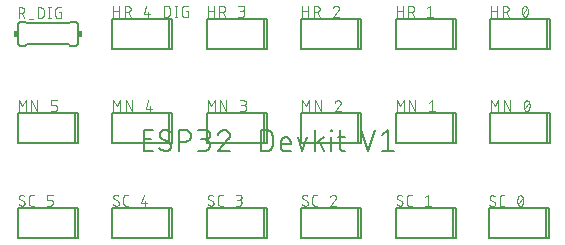
<source format=gbr>
G04 EAGLE Gerber RS-274X export*
G75*
%MOMM*%
%FSLAX34Y34*%
%LPD*%
%INSilkscreen Top*%
%IPPOS*%
%AMOC8*
5,1,8,0,0,1.08239X$1,22.5*%
G01*
%ADD10C,0.152400*%
%ADD11R,0.254000X2.540000*%
%ADD12C,0.101600*%
%ADD13R,0.381000X0.508000*%


D10*
X208869Y180858D02*
X200967Y180858D01*
X200967Y198638D01*
X208869Y198638D01*
X206894Y190736D02*
X200967Y190736D01*
X220265Y180858D02*
X220389Y180860D01*
X220513Y180866D01*
X220637Y180876D01*
X220760Y180889D01*
X220883Y180907D01*
X221005Y180928D01*
X221127Y180953D01*
X221248Y180982D01*
X221367Y181015D01*
X221486Y181051D01*
X221603Y181092D01*
X221719Y181135D01*
X221834Y181183D01*
X221947Y181234D01*
X222059Y181289D01*
X222168Y181347D01*
X222276Y181408D01*
X222382Y181473D01*
X222486Y181541D01*
X222587Y181613D01*
X222687Y181687D01*
X222783Y181765D01*
X222878Y181845D01*
X222970Y181929D01*
X223059Y182015D01*
X223145Y182104D01*
X223229Y182196D01*
X223309Y182291D01*
X223387Y182387D01*
X223461Y182487D01*
X223533Y182588D01*
X223601Y182692D01*
X223666Y182798D01*
X223727Y182906D01*
X223785Y183015D01*
X223840Y183127D01*
X223891Y183240D01*
X223939Y183355D01*
X223982Y183471D01*
X224023Y183588D01*
X224059Y183707D01*
X224092Y183826D01*
X224121Y183947D01*
X224146Y184069D01*
X224167Y184191D01*
X224185Y184314D01*
X224198Y184437D01*
X224208Y184561D01*
X224214Y184685D01*
X224216Y184809D01*
X220265Y180858D02*
X220065Y180860D01*
X219866Y180868D01*
X219666Y180879D01*
X219467Y180896D01*
X219269Y180918D01*
X219071Y180944D01*
X218874Y180975D01*
X218677Y181010D01*
X218481Y181051D01*
X218287Y181096D01*
X218093Y181145D01*
X217901Y181200D01*
X217710Y181259D01*
X217521Y181322D01*
X217333Y181390D01*
X217147Y181462D01*
X216963Y181539D01*
X216780Y181620D01*
X216600Y181706D01*
X216421Y181796D01*
X216245Y181890D01*
X216071Y181988D01*
X215900Y182090D01*
X215731Y182197D01*
X215565Y182307D01*
X215401Y182422D01*
X215240Y182540D01*
X215082Y182662D01*
X214927Y182788D01*
X214775Y182918D01*
X214626Y183051D01*
X214480Y183187D01*
X214338Y183328D01*
X214833Y194687D02*
X214835Y194811D01*
X214841Y194935D01*
X214851Y195059D01*
X214864Y195182D01*
X214882Y195305D01*
X214903Y195427D01*
X214928Y195549D01*
X214957Y195670D01*
X214990Y195789D01*
X215026Y195908D01*
X215067Y196025D01*
X215110Y196141D01*
X215158Y196256D01*
X215209Y196369D01*
X215264Y196481D01*
X215322Y196590D01*
X215383Y196698D01*
X215448Y196804D01*
X215516Y196908D01*
X215588Y197009D01*
X215662Y197109D01*
X215740Y197205D01*
X215820Y197300D01*
X215904Y197392D01*
X215990Y197481D01*
X216079Y197567D01*
X216171Y197651D01*
X216266Y197731D01*
X216362Y197809D01*
X216462Y197883D01*
X216563Y197955D01*
X216667Y198023D01*
X216773Y198088D01*
X216881Y198149D01*
X216990Y198207D01*
X217102Y198262D01*
X217215Y198313D01*
X217330Y198361D01*
X217446Y198404D01*
X217563Y198445D01*
X217682Y198481D01*
X217801Y198514D01*
X217922Y198543D01*
X218044Y198568D01*
X218166Y198589D01*
X218289Y198607D01*
X218412Y198620D01*
X218536Y198630D01*
X218660Y198636D01*
X218784Y198638D01*
X218961Y198636D01*
X219137Y198630D01*
X219313Y198619D01*
X219489Y198604D01*
X219665Y198585D01*
X219840Y198562D01*
X220014Y198535D01*
X220188Y198504D01*
X220361Y198468D01*
X220533Y198429D01*
X220704Y198385D01*
X220874Y198337D01*
X221043Y198285D01*
X221210Y198229D01*
X221376Y198170D01*
X221541Y198106D01*
X221704Y198038D01*
X221865Y197967D01*
X222025Y197891D01*
X222183Y197812D01*
X222339Y197729D01*
X222493Y197643D01*
X222645Y197553D01*
X222794Y197459D01*
X222941Y197361D01*
X223086Y197261D01*
X223229Y197156D01*
X216808Y191230D02*
X216703Y191293D01*
X216600Y191360D01*
X216500Y191431D01*
X216402Y191504D01*
X216305Y191580D01*
X216212Y191659D01*
X216121Y191741D01*
X216032Y191825D01*
X215946Y191912D01*
X215862Y192002D01*
X215782Y192094D01*
X215704Y192189D01*
X215629Y192286D01*
X215557Y192386D01*
X215489Y192487D01*
X215423Y192591D01*
X215361Y192696D01*
X215302Y192803D01*
X215246Y192912D01*
X215193Y193023D01*
X215144Y193135D01*
X215098Y193249D01*
X215056Y193364D01*
X215018Y193480D01*
X214983Y193598D01*
X214951Y193716D01*
X214923Y193836D01*
X214899Y193956D01*
X214879Y194077D01*
X214862Y194198D01*
X214849Y194320D01*
X214839Y194442D01*
X214834Y194564D01*
X214832Y194687D01*
X222241Y188266D02*
X222346Y188203D01*
X222449Y188136D01*
X222549Y188065D01*
X222647Y187992D01*
X222744Y187916D01*
X222837Y187837D01*
X222928Y187755D01*
X223017Y187671D01*
X223103Y187584D01*
X223187Y187494D01*
X223267Y187402D01*
X223345Y187307D01*
X223420Y187210D01*
X223492Y187110D01*
X223560Y187009D01*
X223626Y186905D01*
X223688Y186800D01*
X223747Y186693D01*
X223803Y186584D01*
X223856Y186473D01*
X223905Y186361D01*
X223951Y186247D01*
X223993Y186132D01*
X224031Y186016D01*
X224066Y185898D01*
X224098Y185780D01*
X224126Y185660D01*
X224150Y185540D01*
X224170Y185419D01*
X224187Y185298D01*
X224200Y185176D01*
X224210Y185054D01*
X224215Y184932D01*
X224217Y184809D01*
X222241Y188266D02*
X216808Y191230D01*
X231286Y198638D02*
X231286Y180858D01*
X231286Y198638D02*
X236225Y198638D01*
X236365Y198636D01*
X236504Y198630D01*
X236644Y198620D01*
X236783Y198606D01*
X236922Y198589D01*
X237060Y198567D01*
X237197Y198541D01*
X237334Y198512D01*
X237470Y198479D01*
X237604Y198442D01*
X237738Y198401D01*
X237870Y198356D01*
X238002Y198307D01*
X238131Y198255D01*
X238259Y198200D01*
X238386Y198140D01*
X238511Y198077D01*
X238634Y198011D01*
X238755Y197941D01*
X238874Y197868D01*
X238991Y197791D01*
X239105Y197711D01*
X239218Y197628D01*
X239328Y197542D01*
X239435Y197452D01*
X239540Y197360D01*
X239642Y197265D01*
X239742Y197167D01*
X239839Y197066D01*
X239933Y196962D01*
X240023Y196856D01*
X240111Y196747D01*
X240196Y196636D01*
X240277Y196522D01*
X240356Y196407D01*
X240431Y196289D01*
X240502Y196169D01*
X240570Y196046D01*
X240635Y195923D01*
X240696Y195797D01*
X240754Y195669D01*
X240808Y195541D01*
X240858Y195410D01*
X240905Y195278D01*
X240948Y195145D01*
X240987Y195011D01*
X241022Y194876D01*
X241053Y194740D01*
X241081Y194602D01*
X241104Y194465D01*
X241124Y194326D01*
X241140Y194187D01*
X241152Y194048D01*
X241160Y193909D01*
X241164Y193769D01*
X241164Y193629D01*
X241160Y193489D01*
X241152Y193350D01*
X241140Y193211D01*
X241124Y193072D01*
X241104Y192933D01*
X241081Y192796D01*
X241053Y192658D01*
X241022Y192522D01*
X240987Y192387D01*
X240948Y192253D01*
X240905Y192120D01*
X240858Y191988D01*
X240808Y191857D01*
X240754Y191729D01*
X240696Y191601D01*
X240635Y191475D01*
X240570Y191352D01*
X240502Y191230D01*
X240431Y191109D01*
X240356Y190991D01*
X240277Y190876D01*
X240196Y190762D01*
X240111Y190651D01*
X240023Y190542D01*
X239933Y190436D01*
X239839Y190332D01*
X239742Y190231D01*
X239642Y190133D01*
X239540Y190038D01*
X239435Y189946D01*
X239328Y189856D01*
X239218Y189770D01*
X239105Y189687D01*
X238991Y189607D01*
X238874Y189530D01*
X238755Y189457D01*
X238634Y189387D01*
X238511Y189321D01*
X238386Y189258D01*
X238259Y189198D01*
X238131Y189143D01*
X238002Y189091D01*
X237870Y189042D01*
X237738Y188997D01*
X237604Y188956D01*
X237470Y188919D01*
X237334Y188886D01*
X237197Y188857D01*
X237060Y188831D01*
X236922Y188809D01*
X236783Y188792D01*
X236644Y188778D01*
X236504Y188768D01*
X236365Y188762D01*
X236225Y188760D01*
X231286Y188760D01*
X247281Y180858D02*
X252220Y180858D01*
X252360Y180860D01*
X252499Y180866D01*
X252639Y180876D01*
X252778Y180890D01*
X252917Y180907D01*
X253055Y180929D01*
X253192Y180955D01*
X253329Y180984D01*
X253465Y181017D01*
X253599Y181054D01*
X253733Y181095D01*
X253865Y181140D01*
X253997Y181189D01*
X254126Y181241D01*
X254254Y181296D01*
X254381Y181356D01*
X254506Y181419D01*
X254629Y181485D01*
X254750Y181555D01*
X254869Y181628D01*
X254986Y181705D01*
X255100Y181785D01*
X255213Y181868D01*
X255323Y181954D01*
X255430Y182044D01*
X255535Y182136D01*
X255637Y182231D01*
X255737Y182329D01*
X255834Y182430D01*
X255928Y182534D01*
X256018Y182640D01*
X256106Y182749D01*
X256191Y182860D01*
X256272Y182974D01*
X256351Y183089D01*
X256426Y183207D01*
X256497Y183328D01*
X256565Y183450D01*
X256630Y183573D01*
X256691Y183699D01*
X256749Y183827D01*
X256803Y183955D01*
X256853Y184086D01*
X256900Y184218D01*
X256943Y184351D01*
X256982Y184485D01*
X257017Y184620D01*
X257048Y184756D01*
X257076Y184894D01*
X257099Y185031D01*
X257119Y185170D01*
X257135Y185309D01*
X257147Y185448D01*
X257155Y185587D01*
X257159Y185727D01*
X257159Y185867D01*
X257155Y186007D01*
X257147Y186146D01*
X257135Y186285D01*
X257119Y186424D01*
X257099Y186563D01*
X257076Y186700D01*
X257048Y186838D01*
X257017Y186974D01*
X256982Y187109D01*
X256943Y187243D01*
X256900Y187376D01*
X256853Y187508D01*
X256803Y187639D01*
X256749Y187767D01*
X256691Y187895D01*
X256630Y188021D01*
X256565Y188144D01*
X256497Y188267D01*
X256426Y188387D01*
X256351Y188505D01*
X256272Y188620D01*
X256191Y188734D01*
X256106Y188845D01*
X256018Y188954D01*
X255928Y189060D01*
X255834Y189164D01*
X255737Y189265D01*
X255637Y189363D01*
X255535Y189458D01*
X255430Y189550D01*
X255323Y189640D01*
X255213Y189726D01*
X255100Y189809D01*
X254986Y189889D01*
X254869Y189966D01*
X254750Y190039D01*
X254629Y190109D01*
X254506Y190175D01*
X254381Y190238D01*
X254254Y190298D01*
X254126Y190353D01*
X253997Y190405D01*
X253865Y190454D01*
X253733Y190499D01*
X253599Y190540D01*
X253465Y190577D01*
X253329Y190610D01*
X253192Y190639D01*
X253055Y190665D01*
X252917Y190687D01*
X252778Y190704D01*
X252639Y190718D01*
X252499Y190728D01*
X252360Y190734D01*
X252220Y190736D01*
X253208Y198638D02*
X247281Y198638D01*
X253208Y198638D02*
X253332Y198636D01*
X253456Y198630D01*
X253580Y198620D01*
X253703Y198607D01*
X253826Y198589D01*
X253948Y198568D01*
X254070Y198543D01*
X254191Y198514D01*
X254310Y198481D01*
X254429Y198445D01*
X254546Y198404D01*
X254662Y198361D01*
X254777Y198313D01*
X254890Y198262D01*
X255002Y198207D01*
X255111Y198149D01*
X255219Y198088D01*
X255325Y198023D01*
X255429Y197955D01*
X255530Y197883D01*
X255630Y197809D01*
X255726Y197731D01*
X255821Y197651D01*
X255913Y197567D01*
X256002Y197481D01*
X256088Y197392D01*
X256172Y197300D01*
X256252Y197205D01*
X256330Y197109D01*
X256404Y197009D01*
X256476Y196908D01*
X256544Y196804D01*
X256609Y196698D01*
X256670Y196590D01*
X256728Y196481D01*
X256783Y196369D01*
X256834Y196256D01*
X256882Y196141D01*
X256925Y196025D01*
X256966Y195908D01*
X257002Y195789D01*
X257035Y195670D01*
X257064Y195549D01*
X257089Y195427D01*
X257110Y195305D01*
X257128Y195182D01*
X257141Y195059D01*
X257151Y194935D01*
X257157Y194811D01*
X257159Y194687D01*
X257157Y194563D01*
X257151Y194439D01*
X257141Y194315D01*
X257128Y194192D01*
X257110Y194069D01*
X257089Y193947D01*
X257064Y193825D01*
X257035Y193704D01*
X257002Y193585D01*
X256966Y193466D01*
X256925Y193349D01*
X256882Y193233D01*
X256834Y193118D01*
X256783Y193005D01*
X256728Y192893D01*
X256670Y192784D01*
X256609Y192676D01*
X256544Y192570D01*
X256476Y192466D01*
X256404Y192365D01*
X256330Y192265D01*
X256252Y192169D01*
X256172Y192074D01*
X256088Y191982D01*
X256002Y191893D01*
X255913Y191807D01*
X255821Y191723D01*
X255726Y191643D01*
X255630Y191565D01*
X255530Y191491D01*
X255429Y191419D01*
X255325Y191351D01*
X255219Y191286D01*
X255111Y191225D01*
X255002Y191167D01*
X254890Y191112D01*
X254777Y191061D01*
X254662Y191013D01*
X254546Y190970D01*
X254429Y190929D01*
X254310Y190893D01*
X254191Y190860D01*
X254070Y190831D01*
X253948Y190806D01*
X253826Y190785D01*
X253703Y190767D01*
X253580Y190754D01*
X253456Y190744D01*
X253332Y190738D01*
X253208Y190736D01*
X249257Y190736D01*
X269464Y198638D02*
X269596Y198636D01*
X269727Y198630D01*
X269859Y198620D01*
X269990Y198607D01*
X270120Y198589D01*
X270250Y198568D01*
X270380Y198543D01*
X270508Y198514D01*
X270636Y198481D01*
X270762Y198444D01*
X270888Y198404D01*
X271012Y198360D01*
X271135Y198312D01*
X271256Y198261D01*
X271376Y198206D01*
X271494Y198148D01*
X271610Y198086D01*
X271724Y198020D01*
X271837Y197952D01*
X271947Y197880D01*
X272055Y197805D01*
X272161Y197726D01*
X272265Y197645D01*
X272366Y197560D01*
X272464Y197473D01*
X272560Y197382D01*
X272653Y197289D01*
X272744Y197193D01*
X272831Y197095D01*
X272916Y196994D01*
X272997Y196890D01*
X273076Y196784D01*
X273151Y196676D01*
X273223Y196566D01*
X273291Y196453D01*
X273357Y196339D01*
X273419Y196223D01*
X273477Y196105D01*
X273532Y195985D01*
X273583Y195864D01*
X273631Y195741D01*
X273675Y195617D01*
X273715Y195491D01*
X273752Y195365D01*
X273785Y195237D01*
X273814Y195109D01*
X273839Y194979D01*
X273860Y194849D01*
X273878Y194719D01*
X273891Y194588D01*
X273901Y194456D01*
X273907Y194325D01*
X273909Y194193D01*
X269464Y198638D02*
X269314Y198636D01*
X269165Y198630D01*
X269016Y198620D01*
X268867Y198607D01*
X268718Y198589D01*
X268570Y198568D01*
X268422Y198542D01*
X268276Y198513D01*
X268130Y198480D01*
X267985Y198443D01*
X267841Y198402D01*
X267698Y198358D01*
X267556Y198310D01*
X267416Y198258D01*
X267277Y198203D01*
X267139Y198144D01*
X267004Y198081D01*
X266869Y198015D01*
X266737Y197945D01*
X266607Y197872D01*
X266478Y197795D01*
X266351Y197715D01*
X266227Y197632D01*
X266105Y197546D01*
X265985Y197456D01*
X265868Y197363D01*
X265753Y197268D01*
X265640Y197169D01*
X265530Y197067D01*
X265423Y196963D01*
X265319Y196856D01*
X265217Y196746D01*
X265119Y196633D01*
X265023Y196518D01*
X264931Y196400D01*
X264841Y196280D01*
X264755Y196158D01*
X264672Y196034D01*
X264592Y195907D01*
X264516Y195779D01*
X264443Y195648D01*
X264373Y195515D01*
X264307Y195381D01*
X264245Y195245D01*
X264186Y195108D01*
X264130Y194969D01*
X264079Y194828D01*
X264031Y194687D01*
X272427Y190736D02*
X272523Y190829D01*
X272615Y190925D01*
X272705Y191024D01*
X272792Y191125D01*
X272877Y191228D01*
X272958Y191333D01*
X273036Y191441D01*
X273111Y191551D01*
X273184Y191663D01*
X273253Y191777D01*
X273319Y191893D01*
X273381Y192011D01*
X273440Y192130D01*
X273496Y192251D01*
X273549Y192374D01*
X273598Y192498D01*
X273643Y192623D01*
X273686Y192750D01*
X273724Y192877D01*
X273759Y193006D01*
X273790Y193135D01*
X273818Y193266D01*
X273842Y193397D01*
X273863Y193529D01*
X273879Y193661D01*
X273892Y193794D01*
X273902Y193927D01*
X273907Y194060D01*
X273909Y194193D01*
X272428Y190736D02*
X264032Y180858D01*
X273909Y180858D01*
X280911Y187772D02*
X292764Y187772D01*
X300324Y180858D02*
X300324Y198638D01*
X305263Y198638D01*
X305402Y198636D01*
X305540Y198630D01*
X305678Y198621D01*
X305816Y198607D01*
X305953Y198590D01*
X306090Y198568D01*
X306227Y198543D01*
X306362Y198514D01*
X306497Y198481D01*
X306630Y198445D01*
X306763Y198405D01*
X306894Y198361D01*
X307024Y198313D01*
X307153Y198262D01*
X307280Y198207D01*
X307406Y198149D01*
X307530Y198087D01*
X307652Y198022D01*
X307772Y197953D01*
X307891Y197881D01*
X308007Y197806D01*
X308121Y197727D01*
X308233Y197645D01*
X308342Y197560D01*
X308450Y197473D01*
X308554Y197382D01*
X308656Y197288D01*
X308755Y197191D01*
X308852Y197092D01*
X308946Y196990D01*
X309037Y196886D01*
X309124Y196778D01*
X309209Y196669D01*
X309291Y196557D01*
X309370Y196443D01*
X309445Y196327D01*
X309517Y196208D01*
X309586Y196088D01*
X309651Y195966D01*
X309713Y195842D01*
X309771Y195716D01*
X309826Y195589D01*
X309877Y195460D01*
X309925Y195330D01*
X309969Y195199D01*
X310009Y195066D01*
X310045Y194933D01*
X310078Y194798D01*
X310107Y194663D01*
X310132Y194526D01*
X310154Y194389D01*
X310171Y194252D01*
X310185Y194114D01*
X310194Y193976D01*
X310200Y193838D01*
X310202Y193699D01*
X310202Y185797D01*
X310200Y185658D01*
X310194Y185520D01*
X310185Y185382D01*
X310171Y185244D01*
X310154Y185107D01*
X310132Y184970D01*
X310107Y184833D01*
X310078Y184698D01*
X310045Y184563D01*
X310009Y184430D01*
X309969Y184297D01*
X309925Y184166D01*
X309877Y184036D01*
X309826Y183907D01*
X309771Y183780D01*
X309713Y183654D01*
X309651Y183530D01*
X309586Y183408D01*
X309517Y183288D01*
X309445Y183169D01*
X309370Y183053D01*
X309291Y182939D01*
X309209Y182827D01*
X309124Y182718D01*
X309037Y182610D01*
X308946Y182506D01*
X308852Y182404D01*
X308755Y182305D01*
X308656Y182208D01*
X308554Y182114D01*
X308450Y182023D01*
X308342Y181936D01*
X308233Y181851D01*
X308121Y181769D01*
X308007Y181690D01*
X307891Y181615D01*
X307772Y181543D01*
X307652Y181474D01*
X307530Y181409D01*
X307406Y181347D01*
X307280Y181289D01*
X307153Y181234D01*
X307024Y181183D01*
X306894Y181135D01*
X306763Y181091D01*
X306630Y181051D01*
X306497Y181015D01*
X306362Y180982D01*
X306227Y180953D01*
X306090Y180928D01*
X305953Y180906D01*
X305816Y180889D01*
X305678Y180875D01*
X305540Y180866D01*
X305402Y180860D01*
X305263Y180858D01*
X300324Y180858D01*
X320467Y180858D02*
X325406Y180858D01*
X320467Y180858D02*
X320361Y180860D01*
X320256Y180866D01*
X320150Y180875D01*
X320045Y180888D01*
X319941Y180905D01*
X319837Y180926D01*
X319734Y180950D01*
X319632Y180978D01*
X319531Y181010D01*
X319432Y181045D01*
X319333Y181084D01*
X319236Y181126D01*
X319141Y181171D01*
X319047Y181220D01*
X318955Y181273D01*
X318865Y181328D01*
X318777Y181387D01*
X318691Y181449D01*
X318608Y181514D01*
X318527Y181582D01*
X318448Y181652D01*
X318372Y181726D01*
X318298Y181802D01*
X318228Y181881D01*
X318160Y181962D01*
X318095Y182045D01*
X318033Y182131D01*
X317974Y182219D01*
X317919Y182309D01*
X317866Y182401D01*
X317817Y182495D01*
X317772Y182590D01*
X317730Y182687D01*
X317691Y182786D01*
X317656Y182885D01*
X317624Y182986D01*
X317596Y183088D01*
X317572Y183191D01*
X317551Y183295D01*
X317534Y183399D01*
X317521Y183504D01*
X317512Y183610D01*
X317506Y183715D01*
X317504Y183821D01*
X317504Y188760D01*
X317506Y188884D01*
X317512Y189008D01*
X317522Y189132D01*
X317535Y189255D01*
X317553Y189378D01*
X317574Y189500D01*
X317599Y189622D01*
X317628Y189743D01*
X317661Y189862D01*
X317697Y189981D01*
X317738Y190098D01*
X317781Y190214D01*
X317829Y190329D01*
X317880Y190442D01*
X317935Y190554D01*
X317993Y190663D01*
X318054Y190771D01*
X318119Y190877D01*
X318187Y190981D01*
X318259Y191082D01*
X318333Y191182D01*
X318411Y191278D01*
X318491Y191373D01*
X318575Y191465D01*
X318661Y191554D01*
X318750Y191640D01*
X318842Y191724D01*
X318937Y191804D01*
X319033Y191882D01*
X319133Y191956D01*
X319234Y192028D01*
X319338Y192096D01*
X319444Y192161D01*
X319552Y192222D01*
X319661Y192280D01*
X319773Y192335D01*
X319886Y192386D01*
X320001Y192434D01*
X320117Y192477D01*
X320234Y192518D01*
X320353Y192554D01*
X320472Y192587D01*
X320593Y192616D01*
X320715Y192641D01*
X320837Y192662D01*
X320960Y192680D01*
X321083Y192693D01*
X321207Y192703D01*
X321331Y192709D01*
X321455Y192711D01*
X321579Y192709D01*
X321703Y192703D01*
X321827Y192693D01*
X321950Y192680D01*
X322073Y192662D01*
X322195Y192641D01*
X322317Y192616D01*
X322438Y192587D01*
X322557Y192554D01*
X322676Y192518D01*
X322793Y192477D01*
X322909Y192434D01*
X323024Y192386D01*
X323137Y192335D01*
X323249Y192280D01*
X323358Y192222D01*
X323466Y192161D01*
X323572Y192096D01*
X323676Y192028D01*
X323777Y191956D01*
X323877Y191882D01*
X323973Y191804D01*
X324068Y191724D01*
X324160Y191640D01*
X324249Y191554D01*
X324335Y191465D01*
X324419Y191373D01*
X324499Y191278D01*
X324577Y191182D01*
X324651Y191082D01*
X324723Y190981D01*
X324791Y190877D01*
X324856Y190771D01*
X324917Y190663D01*
X324975Y190554D01*
X325030Y190442D01*
X325081Y190329D01*
X325129Y190214D01*
X325172Y190098D01*
X325213Y189981D01*
X325249Y189862D01*
X325282Y189743D01*
X325311Y189622D01*
X325336Y189500D01*
X325357Y189378D01*
X325375Y189255D01*
X325388Y189132D01*
X325398Y189008D01*
X325404Y188884D01*
X325406Y188760D01*
X325406Y186785D01*
X317504Y186785D01*
X331463Y192711D02*
X335414Y180858D01*
X339365Y192711D01*
X346138Y198638D02*
X346138Y180858D01*
X346138Y186785D02*
X354040Y192711D01*
X349595Y189254D02*
X354040Y180858D01*
X359981Y180858D02*
X359981Y192711D01*
X359487Y197650D02*
X359487Y198638D01*
X360475Y198638D01*
X360475Y197650D01*
X359487Y197650D01*
X365284Y192711D02*
X371211Y192711D01*
X367259Y198638D02*
X367259Y183821D01*
X367260Y183821D02*
X367262Y183715D01*
X367268Y183610D01*
X367277Y183504D01*
X367290Y183399D01*
X367307Y183295D01*
X367328Y183191D01*
X367352Y183088D01*
X367380Y182986D01*
X367412Y182885D01*
X367447Y182786D01*
X367486Y182687D01*
X367528Y182590D01*
X367573Y182495D01*
X367622Y182401D01*
X367675Y182309D01*
X367730Y182219D01*
X367789Y182131D01*
X367851Y182045D01*
X367916Y181962D01*
X367984Y181881D01*
X368054Y181802D01*
X368128Y181726D01*
X368204Y181652D01*
X368283Y181582D01*
X368364Y181514D01*
X368447Y181449D01*
X368533Y181387D01*
X368621Y181328D01*
X368711Y181273D01*
X368803Y181220D01*
X368897Y181171D01*
X368992Y181126D01*
X369089Y181084D01*
X369188Y181045D01*
X369287Y181010D01*
X369388Y180978D01*
X369490Y180950D01*
X369593Y180926D01*
X369697Y180905D01*
X369801Y180888D01*
X369906Y180875D01*
X370012Y180866D01*
X370117Y180860D01*
X370223Y180858D01*
X371211Y180858D01*
X391249Y180858D02*
X385322Y198638D01*
X397175Y198638D02*
X391249Y180858D01*
X403060Y194687D02*
X407999Y198638D01*
X407999Y180858D01*
X403060Y180858D02*
X412938Y180858D01*
X494600Y267300D02*
X545400Y267300D01*
X545400Y292700D01*
X494600Y292700D01*
X494600Y267300D01*
D11*
X542860Y280000D03*
D12*
X495108Y294478D02*
X495108Y303622D01*
X495108Y299558D02*
X500188Y299558D01*
X500188Y303622D02*
X500188Y294478D01*
X504928Y294478D02*
X504928Y303622D01*
X507468Y303622D01*
X507568Y303620D01*
X507667Y303614D01*
X507767Y303604D01*
X507865Y303591D01*
X507964Y303573D01*
X508061Y303552D01*
X508157Y303527D01*
X508253Y303498D01*
X508347Y303465D01*
X508440Y303429D01*
X508531Y303389D01*
X508621Y303345D01*
X508709Y303298D01*
X508795Y303248D01*
X508879Y303194D01*
X508961Y303137D01*
X509040Y303077D01*
X509118Y303013D01*
X509192Y302947D01*
X509264Y302878D01*
X509333Y302806D01*
X509399Y302732D01*
X509463Y302654D01*
X509523Y302575D01*
X509580Y302493D01*
X509634Y302409D01*
X509684Y302323D01*
X509731Y302235D01*
X509775Y302145D01*
X509815Y302054D01*
X509851Y301961D01*
X509884Y301867D01*
X509913Y301771D01*
X509938Y301675D01*
X509959Y301578D01*
X509977Y301479D01*
X509990Y301381D01*
X510000Y301281D01*
X510006Y301182D01*
X510008Y301082D01*
X510006Y300982D01*
X510000Y300883D01*
X509990Y300783D01*
X509977Y300685D01*
X509959Y300586D01*
X509938Y300489D01*
X509913Y300393D01*
X509884Y300297D01*
X509851Y300203D01*
X509815Y300110D01*
X509775Y300019D01*
X509731Y299929D01*
X509684Y299841D01*
X509634Y299755D01*
X509580Y299671D01*
X509523Y299589D01*
X509463Y299510D01*
X509399Y299432D01*
X509333Y299358D01*
X509264Y299286D01*
X509192Y299217D01*
X509118Y299151D01*
X509040Y299087D01*
X508961Y299027D01*
X508879Y298970D01*
X508795Y298916D01*
X508709Y298866D01*
X508621Y298819D01*
X508531Y298775D01*
X508440Y298735D01*
X508347Y298699D01*
X508253Y298666D01*
X508157Y298637D01*
X508061Y298612D01*
X507964Y298591D01*
X507865Y298573D01*
X507767Y298560D01*
X507667Y298550D01*
X507568Y298544D01*
X507468Y298542D01*
X504928Y298542D01*
X507976Y298542D02*
X510008Y294478D01*
X513599Y293462D02*
X517663Y293462D01*
X521321Y299050D02*
X521323Y299230D01*
X521330Y299410D01*
X521340Y299589D01*
X521355Y299768D01*
X521375Y299947D01*
X521398Y300126D01*
X521426Y300303D01*
X521458Y300480D01*
X521494Y300657D01*
X521535Y300832D01*
X521579Y301006D01*
X521628Y301179D01*
X521681Y301351D01*
X521738Y301522D01*
X521799Y301691D01*
X521864Y301859D01*
X521933Y302025D01*
X522006Y302189D01*
X522083Y302352D01*
X522111Y302430D01*
X522144Y302507D01*
X522179Y302582D01*
X522218Y302656D01*
X522260Y302728D01*
X522305Y302797D01*
X522354Y302865D01*
X522405Y302931D01*
X522459Y302994D01*
X522516Y303055D01*
X522575Y303114D01*
X522637Y303169D01*
X522702Y303222D01*
X522768Y303272D01*
X522837Y303319D01*
X522908Y303363D01*
X522981Y303403D01*
X523055Y303440D01*
X523131Y303475D01*
X523209Y303505D01*
X523287Y303532D01*
X523367Y303556D01*
X523448Y303576D01*
X523530Y303593D01*
X523612Y303605D01*
X523695Y303615D01*
X523778Y303620D01*
X523861Y303622D01*
X523944Y303620D01*
X524027Y303615D01*
X524110Y303605D01*
X524192Y303593D01*
X524274Y303576D01*
X524355Y303556D01*
X524435Y303532D01*
X524513Y303505D01*
X524591Y303475D01*
X524667Y303440D01*
X524741Y303403D01*
X524814Y303363D01*
X524885Y303319D01*
X524954Y303272D01*
X525020Y303222D01*
X525085Y303169D01*
X525147Y303114D01*
X525206Y303055D01*
X525263Y302994D01*
X525317Y302931D01*
X525368Y302865D01*
X525417Y302797D01*
X525462Y302728D01*
X525504Y302656D01*
X525543Y302582D01*
X525578Y302507D01*
X525611Y302430D01*
X525639Y302352D01*
X525638Y302352D02*
X525715Y302189D01*
X525788Y302025D01*
X525857Y301859D01*
X525922Y301691D01*
X525983Y301522D01*
X526040Y301351D01*
X526093Y301179D01*
X526142Y301006D01*
X526186Y300832D01*
X526227Y300657D01*
X526263Y300480D01*
X526295Y300303D01*
X526323Y300126D01*
X526346Y299947D01*
X526366Y299768D01*
X526381Y299589D01*
X526391Y299410D01*
X526398Y299230D01*
X526400Y299050D01*
X521321Y299050D02*
X521323Y298870D01*
X521330Y298690D01*
X521340Y298511D01*
X521355Y298332D01*
X521375Y298153D01*
X521398Y297974D01*
X521426Y297797D01*
X521458Y297620D01*
X521494Y297443D01*
X521535Y297268D01*
X521579Y297094D01*
X521628Y296921D01*
X521681Y296749D01*
X521738Y296578D01*
X521799Y296409D01*
X521864Y296241D01*
X521933Y296075D01*
X522006Y295911D01*
X522083Y295748D01*
X522111Y295670D01*
X522144Y295593D01*
X522179Y295518D01*
X522218Y295444D01*
X522260Y295372D01*
X522305Y295303D01*
X522354Y295235D01*
X522405Y295169D01*
X522459Y295106D01*
X522516Y295045D01*
X522575Y294986D01*
X522637Y294931D01*
X522702Y294878D01*
X522768Y294828D01*
X522837Y294781D01*
X522908Y294737D01*
X522981Y294697D01*
X523055Y294660D01*
X523131Y294625D01*
X523209Y294595D01*
X523287Y294568D01*
X523367Y294544D01*
X523448Y294524D01*
X523530Y294507D01*
X523612Y294495D01*
X523695Y294485D01*
X523778Y294480D01*
X523861Y294478D01*
X525638Y295748D02*
X525715Y295911D01*
X525788Y296075D01*
X525857Y296241D01*
X525922Y296409D01*
X525983Y296578D01*
X526040Y296749D01*
X526093Y296921D01*
X526142Y297094D01*
X526186Y297268D01*
X526227Y297443D01*
X526263Y297620D01*
X526295Y297797D01*
X526323Y297974D01*
X526346Y298153D01*
X526366Y298332D01*
X526381Y298511D01*
X526391Y298690D01*
X526398Y298870D01*
X526400Y299050D01*
X525639Y295748D02*
X525611Y295670D01*
X525578Y295593D01*
X525543Y295518D01*
X525504Y295444D01*
X525462Y295372D01*
X525417Y295303D01*
X525368Y295235D01*
X525317Y295169D01*
X525263Y295106D01*
X525206Y295045D01*
X525147Y294986D01*
X525085Y294931D01*
X525020Y294878D01*
X524954Y294828D01*
X524885Y294781D01*
X524814Y294737D01*
X524741Y294697D01*
X524667Y294660D01*
X524591Y294625D01*
X524513Y294595D01*
X524435Y294568D01*
X524355Y294544D01*
X524274Y294524D01*
X524192Y294507D01*
X524110Y294495D01*
X524027Y294485D01*
X523944Y294480D01*
X523861Y294478D01*
X521829Y296510D02*
X525893Y301590D01*
D10*
X465400Y267300D02*
X414600Y267300D01*
X465400Y267300D02*
X465400Y292700D01*
X414600Y292700D01*
X414600Y267300D01*
D11*
X462860Y280000D03*
D12*
X415108Y294478D02*
X415108Y303622D01*
X415108Y299558D02*
X420188Y299558D01*
X420188Y303622D02*
X420188Y294478D01*
X424928Y294478D02*
X424928Y303622D01*
X427468Y303622D01*
X427568Y303620D01*
X427667Y303614D01*
X427767Y303604D01*
X427865Y303591D01*
X427964Y303573D01*
X428061Y303552D01*
X428157Y303527D01*
X428253Y303498D01*
X428347Y303465D01*
X428440Y303429D01*
X428531Y303389D01*
X428621Y303345D01*
X428709Y303298D01*
X428795Y303248D01*
X428879Y303194D01*
X428961Y303137D01*
X429040Y303077D01*
X429118Y303013D01*
X429192Y302947D01*
X429264Y302878D01*
X429333Y302806D01*
X429399Y302732D01*
X429463Y302654D01*
X429523Y302575D01*
X429580Y302493D01*
X429634Y302409D01*
X429684Y302323D01*
X429731Y302235D01*
X429775Y302145D01*
X429815Y302054D01*
X429851Y301961D01*
X429884Y301867D01*
X429913Y301771D01*
X429938Y301675D01*
X429959Y301578D01*
X429977Y301479D01*
X429990Y301381D01*
X430000Y301281D01*
X430006Y301182D01*
X430008Y301082D01*
X430006Y300982D01*
X430000Y300883D01*
X429990Y300783D01*
X429977Y300685D01*
X429959Y300586D01*
X429938Y300489D01*
X429913Y300393D01*
X429884Y300297D01*
X429851Y300203D01*
X429815Y300110D01*
X429775Y300019D01*
X429731Y299929D01*
X429684Y299841D01*
X429634Y299755D01*
X429580Y299671D01*
X429523Y299589D01*
X429463Y299510D01*
X429399Y299432D01*
X429333Y299358D01*
X429264Y299286D01*
X429192Y299217D01*
X429118Y299151D01*
X429040Y299087D01*
X428961Y299027D01*
X428879Y298970D01*
X428795Y298916D01*
X428709Y298866D01*
X428621Y298819D01*
X428531Y298775D01*
X428440Y298735D01*
X428347Y298699D01*
X428253Y298666D01*
X428157Y298637D01*
X428061Y298612D01*
X427964Y298591D01*
X427865Y298573D01*
X427767Y298560D01*
X427667Y298550D01*
X427568Y298544D01*
X427468Y298542D01*
X424928Y298542D01*
X427976Y298542D02*
X430008Y294478D01*
X433599Y293462D02*
X437663Y293462D01*
X441321Y301590D02*
X443861Y303622D01*
X443861Y294478D01*
X441321Y294478D02*
X446401Y294478D01*
D10*
X385400Y267300D02*
X334600Y267300D01*
X385400Y267300D02*
X385400Y292700D01*
X334600Y292700D01*
X334600Y267300D01*
D11*
X382860Y280000D03*
D12*
X335108Y294478D02*
X335108Y303622D01*
X335108Y299558D02*
X340188Y299558D01*
X340188Y303622D02*
X340188Y294478D01*
X344928Y294478D02*
X344928Y303622D01*
X347468Y303622D01*
X347568Y303620D01*
X347667Y303614D01*
X347767Y303604D01*
X347865Y303591D01*
X347964Y303573D01*
X348061Y303552D01*
X348157Y303527D01*
X348253Y303498D01*
X348347Y303465D01*
X348440Y303429D01*
X348531Y303389D01*
X348621Y303345D01*
X348709Y303298D01*
X348795Y303248D01*
X348879Y303194D01*
X348961Y303137D01*
X349040Y303077D01*
X349118Y303013D01*
X349192Y302947D01*
X349264Y302878D01*
X349333Y302806D01*
X349399Y302732D01*
X349463Y302654D01*
X349523Y302575D01*
X349580Y302493D01*
X349634Y302409D01*
X349684Y302323D01*
X349731Y302235D01*
X349775Y302145D01*
X349815Y302054D01*
X349851Y301961D01*
X349884Y301867D01*
X349913Y301771D01*
X349938Y301675D01*
X349959Y301578D01*
X349977Y301479D01*
X349990Y301381D01*
X350000Y301281D01*
X350006Y301182D01*
X350008Y301082D01*
X350006Y300982D01*
X350000Y300883D01*
X349990Y300783D01*
X349977Y300685D01*
X349959Y300586D01*
X349938Y300489D01*
X349913Y300393D01*
X349884Y300297D01*
X349851Y300203D01*
X349815Y300110D01*
X349775Y300019D01*
X349731Y299929D01*
X349684Y299841D01*
X349634Y299755D01*
X349580Y299671D01*
X349523Y299589D01*
X349463Y299510D01*
X349399Y299432D01*
X349333Y299358D01*
X349264Y299286D01*
X349192Y299217D01*
X349118Y299151D01*
X349040Y299087D01*
X348961Y299027D01*
X348879Y298970D01*
X348795Y298916D01*
X348709Y298866D01*
X348621Y298819D01*
X348531Y298775D01*
X348440Y298735D01*
X348347Y298699D01*
X348253Y298666D01*
X348157Y298637D01*
X348061Y298612D01*
X347964Y298591D01*
X347865Y298573D01*
X347767Y298560D01*
X347667Y298550D01*
X347568Y298544D01*
X347468Y298542D01*
X344928Y298542D01*
X347976Y298542D02*
X350008Y294478D01*
X353599Y293462D02*
X357663Y293462D01*
X366401Y301336D02*
X366399Y301430D01*
X366393Y301525D01*
X366383Y301619D01*
X366370Y301712D01*
X366352Y301805D01*
X366331Y301897D01*
X366306Y301988D01*
X366277Y302078D01*
X366245Y302167D01*
X366208Y302254D01*
X366169Y302340D01*
X366125Y302424D01*
X366079Y302506D01*
X366029Y302586D01*
X365975Y302664D01*
X365919Y302740D01*
X365859Y302813D01*
X365797Y302884D01*
X365731Y302952D01*
X365663Y303018D01*
X365592Y303080D01*
X365519Y303140D01*
X365443Y303196D01*
X365365Y303250D01*
X365285Y303300D01*
X365203Y303346D01*
X365119Y303390D01*
X365033Y303429D01*
X364946Y303466D01*
X364857Y303498D01*
X364767Y303527D01*
X364676Y303552D01*
X364584Y303573D01*
X364491Y303591D01*
X364398Y303604D01*
X364304Y303614D01*
X364209Y303620D01*
X364115Y303622D01*
X364009Y303620D01*
X363904Y303614D01*
X363799Y303605D01*
X363694Y303592D01*
X363590Y303575D01*
X363487Y303554D01*
X363384Y303530D01*
X363282Y303501D01*
X363182Y303470D01*
X363082Y303434D01*
X362984Y303396D01*
X362888Y303353D01*
X362792Y303307D01*
X362699Y303258D01*
X362608Y303206D01*
X362518Y303150D01*
X362430Y303091D01*
X362345Y303029D01*
X362262Y302964D01*
X362181Y302896D01*
X362103Y302825D01*
X362028Y302751D01*
X361955Y302675D01*
X361885Y302596D01*
X361818Y302515D01*
X361753Y302431D01*
X361692Y302345D01*
X361634Y302257D01*
X361579Y302167D01*
X361528Y302075D01*
X361479Y301981D01*
X361434Y301885D01*
X361393Y301788D01*
X361355Y301690D01*
X361321Y301590D01*
X365638Y299558D02*
X365705Y299625D01*
X365770Y299694D01*
X365832Y299766D01*
X365891Y299839D01*
X365947Y299916D01*
X366001Y299994D01*
X366051Y300074D01*
X366098Y300156D01*
X366142Y300240D01*
X366182Y300326D01*
X366220Y300413D01*
X366254Y300501D01*
X366284Y300591D01*
X366311Y300681D01*
X366335Y300773D01*
X366355Y300866D01*
X366371Y300959D01*
X366384Y301053D01*
X366393Y301147D01*
X366398Y301241D01*
X366400Y301336D01*
X365639Y299558D02*
X361321Y294478D01*
X366401Y294478D01*
D10*
X305400Y267300D02*
X254600Y267300D01*
X305400Y267300D02*
X305400Y292700D01*
X254600Y292700D01*
X254600Y267300D01*
D11*
X302860Y280000D03*
D12*
X255108Y294478D02*
X255108Y303622D01*
X255108Y299558D02*
X260188Y299558D01*
X260188Y303622D02*
X260188Y294478D01*
X264928Y294478D02*
X264928Y303622D01*
X267468Y303622D01*
X267568Y303620D01*
X267667Y303614D01*
X267767Y303604D01*
X267865Y303591D01*
X267964Y303573D01*
X268061Y303552D01*
X268157Y303527D01*
X268253Y303498D01*
X268347Y303465D01*
X268440Y303429D01*
X268531Y303389D01*
X268621Y303345D01*
X268709Y303298D01*
X268795Y303248D01*
X268879Y303194D01*
X268961Y303137D01*
X269040Y303077D01*
X269118Y303013D01*
X269192Y302947D01*
X269264Y302878D01*
X269333Y302806D01*
X269399Y302732D01*
X269463Y302654D01*
X269523Y302575D01*
X269580Y302493D01*
X269634Y302409D01*
X269684Y302323D01*
X269731Y302235D01*
X269775Y302145D01*
X269815Y302054D01*
X269851Y301961D01*
X269884Y301867D01*
X269913Y301771D01*
X269938Y301675D01*
X269959Y301578D01*
X269977Y301479D01*
X269990Y301381D01*
X270000Y301281D01*
X270006Y301182D01*
X270008Y301082D01*
X270006Y300982D01*
X270000Y300883D01*
X269990Y300783D01*
X269977Y300685D01*
X269959Y300586D01*
X269938Y300489D01*
X269913Y300393D01*
X269884Y300297D01*
X269851Y300203D01*
X269815Y300110D01*
X269775Y300019D01*
X269731Y299929D01*
X269684Y299841D01*
X269634Y299755D01*
X269580Y299671D01*
X269523Y299589D01*
X269463Y299510D01*
X269399Y299432D01*
X269333Y299358D01*
X269264Y299286D01*
X269192Y299217D01*
X269118Y299151D01*
X269040Y299087D01*
X268961Y299027D01*
X268879Y298970D01*
X268795Y298916D01*
X268709Y298866D01*
X268621Y298819D01*
X268531Y298775D01*
X268440Y298735D01*
X268347Y298699D01*
X268253Y298666D01*
X268157Y298637D01*
X268061Y298612D01*
X267964Y298591D01*
X267865Y298573D01*
X267767Y298560D01*
X267667Y298550D01*
X267568Y298544D01*
X267468Y298542D01*
X264928Y298542D01*
X267976Y298542D02*
X270008Y294478D01*
X273599Y293462D02*
X277663Y293462D01*
X281321Y294478D02*
X283861Y294478D01*
X283961Y294480D01*
X284060Y294486D01*
X284160Y294496D01*
X284258Y294509D01*
X284357Y294527D01*
X284454Y294548D01*
X284550Y294573D01*
X284646Y294602D01*
X284740Y294635D01*
X284833Y294671D01*
X284924Y294711D01*
X285014Y294755D01*
X285102Y294802D01*
X285188Y294852D01*
X285272Y294906D01*
X285354Y294963D01*
X285433Y295023D01*
X285511Y295087D01*
X285585Y295153D01*
X285657Y295222D01*
X285726Y295294D01*
X285792Y295368D01*
X285856Y295446D01*
X285916Y295525D01*
X285973Y295607D01*
X286027Y295691D01*
X286077Y295777D01*
X286124Y295865D01*
X286168Y295955D01*
X286208Y296046D01*
X286244Y296139D01*
X286277Y296233D01*
X286306Y296329D01*
X286331Y296425D01*
X286352Y296522D01*
X286370Y296621D01*
X286383Y296719D01*
X286393Y296819D01*
X286399Y296918D01*
X286401Y297018D01*
X286399Y297118D01*
X286393Y297217D01*
X286383Y297317D01*
X286370Y297415D01*
X286352Y297514D01*
X286331Y297611D01*
X286306Y297707D01*
X286277Y297803D01*
X286244Y297897D01*
X286208Y297990D01*
X286168Y298081D01*
X286124Y298171D01*
X286077Y298259D01*
X286027Y298345D01*
X285973Y298429D01*
X285916Y298511D01*
X285856Y298590D01*
X285792Y298668D01*
X285726Y298742D01*
X285657Y298814D01*
X285585Y298883D01*
X285511Y298949D01*
X285433Y299013D01*
X285354Y299073D01*
X285272Y299130D01*
X285188Y299184D01*
X285102Y299234D01*
X285014Y299281D01*
X284924Y299325D01*
X284833Y299365D01*
X284740Y299401D01*
X284646Y299434D01*
X284550Y299463D01*
X284454Y299488D01*
X284357Y299509D01*
X284258Y299527D01*
X284160Y299540D01*
X284060Y299550D01*
X283961Y299556D01*
X283861Y299558D01*
X284369Y303622D02*
X281321Y303622D01*
X284369Y303622D02*
X284458Y303620D01*
X284546Y303614D01*
X284634Y303605D01*
X284722Y303591D01*
X284809Y303574D01*
X284895Y303553D01*
X284980Y303528D01*
X285064Y303499D01*
X285147Y303467D01*
X285228Y303432D01*
X285307Y303392D01*
X285385Y303350D01*
X285461Y303304D01*
X285535Y303255D01*
X285606Y303202D01*
X285675Y303147D01*
X285742Y303088D01*
X285806Y303027D01*
X285867Y302963D01*
X285926Y302896D01*
X285981Y302827D01*
X286034Y302756D01*
X286083Y302682D01*
X286129Y302606D01*
X286171Y302528D01*
X286211Y302449D01*
X286246Y302368D01*
X286278Y302285D01*
X286307Y302201D01*
X286332Y302116D01*
X286353Y302030D01*
X286370Y301943D01*
X286384Y301855D01*
X286393Y301767D01*
X286399Y301679D01*
X286401Y301590D01*
X286399Y301501D01*
X286393Y301413D01*
X286384Y301325D01*
X286370Y301237D01*
X286353Y301150D01*
X286332Y301064D01*
X286307Y300979D01*
X286278Y300895D01*
X286246Y300812D01*
X286211Y300731D01*
X286171Y300652D01*
X286129Y300574D01*
X286083Y300498D01*
X286034Y300424D01*
X285981Y300353D01*
X285926Y300284D01*
X285867Y300217D01*
X285806Y300153D01*
X285742Y300092D01*
X285675Y300033D01*
X285606Y299978D01*
X285535Y299925D01*
X285461Y299876D01*
X285385Y299830D01*
X285307Y299788D01*
X285228Y299748D01*
X285147Y299713D01*
X285064Y299681D01*
X284980Y299652D01*
X284895Y299627D01*
X284809Y299606D01*
X284722Y299589D01*
X284634Y299575D01*
X284546Y299566D01*
X284458Y299560D01*
X284369Y299558D01*
X282337Y299558D01*
D10*
X225400Y267300D02*
X174600Y267300D01*
X225400Y267300D02*
X225400Y292700D01*
X174600Y292700D01*
X174600Y267300D01*
D11*
X222860Y280000D03*
D12*
X175108Y294478D02*
X175108Y303622D01*
X175108Y299558D02*
X180188Y299558D01*
X180188Y303622D02*
X180188Y294478D01*
X184928Y294478D02*
X184928Y303622D01*
X187468Y303622D01*
X187568Y303620D01*
X187667Y303614D01*
X187767Y303604D01*
X187865Y303591D01*
X187964Y303573D01*
X188061Y303552D01*
X188157Y303527D01*
X188253Y303498D01*
X188347Y303465D01*
X188440Y303429D01*
X188531Y303389D01*
X188621Y303345D01*
X188709Y303298D01*
X188795Y303248D01*
X188879Y303194D01*
X188961Y303137D01*
X189040Y303077D01*
X189118Y303013D01*
X189192Y302947D01*
X189264Y302878D01*
X189333Y302806D01*
X189399Y302732D01*
X189463Y302654D01*
X189523Y302575D01*
X189580Y302493D01*
X189634Y302409D01*
X189684Y302323D01*
X189731Y302235D01*
X189775Y302145D01*
X189815Y302054D01*
X189851Y301961D01*
X189884Y301867D01*
X189913Y301771D01*
X189938Y301675D01*
X189959Y301578D01*
X189977Y301479D01*
X189990Y301381D01*
X190000Y301281D01*
X190006Y301182D01*
X190008Y301082D01*
X190006Y300982D01*
X190000Y300883D01*
X189990Y300783D01*
X189977Y300685D01*
X189959Y300586D01*
X189938Y300489D01*
X189913Y300393D01*
X189884Y300297D01*
X189851Y300203D01*
X189815Y300110D01*
X189775Y300019D01*
X189731Y299929D01*
X189684Y299841D01*
X189634Y299755D01*
X189580Y299671D01*
X189523Y299589D01*
X189463Y299510D01*
X189399Y299432D01*
X189333Y299358D01*
X189264Y299286D01*
X189192Y299217D01*
X189118Y299151D01*
X189040Y299087D01*
X188961Y299027D01*
X188879Y298970D01*
X188795Y298916D01*
X188709Y298866D01*
X188621Y298819D01*
X188531Y298775D01*
X188440Y298735D01*
X188347Y298699D01*
X188253Y298666D01*
X188157Y298637D01*
X188061Y298612D01*
X187964Y298591D01*
X187865Y298573D01*
X187767Y298560D01*
X187667Y298550D01*
X187568Y298544D01*
X187468Y298542D01*
X184928Y298542D01*
X187976Y298542D02*
X190008Y294478D01*
X193599Y293462D02*
X197663Y293462D01*
X201321Y296510D02*
X203353Y303622D01*
X201321Y296510D02*
X206401Y296510D01*
X204877Y298542D02*
X204877Y294478D01*
X210058Y293462D02*
X214122Y293462D01*
X218085Y294478D02*
X218085Y303622D01*
X220625Y303622D01*
X220725Y303620D01*
X220824Y303614D01*
X220924Y303604D01*
X221022Y303591D01*
X221121Y303573D01*
X221218Y303552D01*
X221314Y303527D01*
X221410Y303498D01*
X221504Y303465D01*
X221597Y303429D01*
X221688Y303389D01*
X221778Y303345D01*
X221866Y303298D01*
X221952Y303248D01*
X222036Y303194D01*
X222118Y303137D01*
X222197Y303077D01*
X222275Y303013D01*
X222349Y302947D01*
X222421Y302878D01*
X222490Y302806D01*
X222556Y302732D01*
X222620Y302654D01*
X222680Y302575D01*
X222737Y302493D01*
X222791Y302409D01*
X222841Y302323D01*
X222888Y302235D01*
X222932Y302145D01*
X222972Y302054D01*
X223008Y301961D01*
X223041Y301867D01*
X223070Y301771D01*
X223095Y301675D01*
X223116Y301578D01*
X223134Y301479D01*
X223147Y301381D01*
X223157Y301281D01*
X223163Y301182D01*
X223165Y301082D01*
X223165Y297018D01*
X223163Y296918D01*
X223157Y296819D01*
X223147Y296719D01*
X223134Y296621D01*
X223116Y296522D01*
X223095Y296425D01*
X223070Y296329D01*
X223041Y296233D01*
X223008Y296139D01*
X222972Y296046D01*
X222932Y295955D01*
X222888Y295865D01*
X222841Y295777D01*
X222791Y295691D01*
X222737Y295607D01*
X222680Y295525D01*
X222620Y295446D01*
X222556Y295368D01*
X222490Y295294D01*
X222421Y295222D01*
X222349Y295153D01*
X222275Y295087D01*
X222197Y295023D01*
X222118Y294963D01*
X222036Y294906D01*
X221952Y294852D01*
X221866Y294802D01*
X221778Y294755D01*
X221688Y294711D01*
X221597Y294671D01*
X221504Y294635D01*
X221410Y294602D01*
X221314Y294573D01*
X221218Y294548D01*
X221121Y294527D01*
X221022Y294509D01*
X220924Y294496D01*
X220824Y294486D01*
X220725Y294480D01*
X220625Y294478D01*
X218085Y294478D01*
X228245Y294478D02*
X228245Y303622D01*
X227229Y294478D02*
X229261Y294478D01*
X229261Y303622D02*
X227229Y303622D01*
X236881Y299558D02*
X238405Y299558D01*
X238405Y294478D01*
X235357Y294478D01*
X235268Y294480D01*
X235180Y294486D01*
X235092Y294495D01*
X235004Y294509D01*
X234917Y294526D01*
X234831Y294547D01*
X234746Y294572D01*
X234662Y294601D01*
X234579Y294633D01*
X234498Y294668D01*
X234419Y294708D01*
X234341Y294750D01*
X234265Y294796D01*
X234191Y294845D01*
X234120Y294898D01*
X234051Y294953D01*
X233984Y295012D01*
X233920Y295073D01*
X233859Y295137D01*
X233800Y295204D01*
X233745Y295273D01*
X233692Y295344D01*
X233643Y295418D01*
X233597Y295494D01*
X233555Y295572D01*
X233515Y295651D01*
X233480Y295732D01*
X233448Y295815D01*
X233419Y295899D01*
X233394Y295984D01*
X233373Y296070D01*
X233356Y296157D01*
X233342Y296245D01*
X233333Y296333D01*
X233327Y296421D01*
X233325Y296510D01*
X233325Y301590D01*
X233327Y301679D01*
X233333Y301767D01*
X233342Y301855D01*
X233356Y301943D01*
X233373Y302030D01*
X233394Y302116D01*
X233419Y302201D01*
X233448Y302285D01*
X233480Y302368D01*
X233515Y302449D01*
X233555Y302528D01*
X233597Y302606D01*
X233643Y302682D01*
X233692Y302756D01*
X233745Y302827D01*
X233800Y302896D01*
X233859Y302963D01*
X233920Y303027D01*
X233984Y303088D01*
X234051Y303147D01*
X234120Y303202D01*
X234191Y303255D01*
X234265Y303304D01*
X234341Y303350D01*
X234419Y303392D01*
X234498Y303432D01*
X234579Y303467D01*
X234662Y303499D01*
X234746Y303528D01*
X234831Y303553D01*
X234917Y303574D01*
X235004Y303591D01*
X235092Y303605D01*
X235180Y303614D01*
X235268Y303620D01*
X235357Y303622D01*
X238405Y303622D01*
D10*
X494600Y187300D02*
X545400Y187300D01*
X545400Y212700D01*
X494600Y212700D01*
X494600Y187300D01*
D11*
X542860Y200000D03*
D12*
X495108Y214478D02*
X495108Y223622D01*
X498156Y218542D01*
X501204Y223622D01*
X501204Y214478D01*
X505979Y214478D02*
X505979Y223622D01*
X511059Y214478D01*
X511059Y223622D01*
X515022Y213462D02*
X519086Y213462D01*
X522743Y219050D02*
X522745Y219230D01*
X522752Y219410D01*
X522762Y219589D01*
X522777Y219768D01*
X522797Y219947D01*
X522820Y220126D01*
X522848Y220303D01*
X522880Y220480D01*
X522916Y220657D01*
X522957Y220832D01*
X523001Y221006D01*
X523050Y221179D01*
X523103Y221351D01*
X523160Y221522D01*
X523221Y221691D01*
X523286Y221859D01*
X523355Y222025D01*
X523428Y222189D01*
X523505Y222352D01*
X523533Y222430D01*
X523566Y222507D01*
X523601Y222582D01*
X523640Y222656D01*
X523682Y222728D01*
X523727Y222797D01*
X523776Y222865D01*
X523827Y222931D01*
X523881Y222994D01*
X523938Y223055D01*
X523997Y223114D01*
X524059Y223169D01*
X524124Y223222D01*
X524190Y223272D01*
X524259Y223319D01*
X524330Y223363D01*
X524403Y223403D01*
X524477Y223440D01*
X524553Y223475D01*
X524631Y223505D01*
X524709Y223532D01*
X524789Y223556D01*
X524870Y223576D01*
X524952Y223593D01*
X525034Y223605D01*
X525117Y223615D01*
X525200Y223620D01*
X525283Y223622D01*
X525366Y223620D01*
X525449Y223615D01*
X525532Y223605D01*
X525614Y223593D01*
X525696Y223576D01*
X525777Y223556D01*
X525857Y223532D01*
X525935Y223505D01*
X526013Y223475D01*
X526089Y223440D01*
X526163Y223403D01*
X526236Y223363D01*
X526307Y223319D01*
X526376Y223272D01*
X526442Y223222D01*
X526507Y223169D01*
X526569Y223114D01*
X526628Y223055D01*
X526685Y222994D01*
X526739Y222931D01*
X526790Y222865D01*
X526839Y222797D01*
X526884Y222728D01*
X526926Y222656D01*
X526965Y222582D01*
X527000Y222507D01*
X527033Y222430D01*
X527061Y222352D01*
X527138Y222189D01*
X527211Y222025D01*
X527280Y221859D01*
X527345Y221691D01*
X527406Y221522D01*
X527463Y221351D01*
X527516Y221179D01*
X527565Y221006D01*
X527609Y220832D01*
X527650Y220657D01*
X527686Y220480D01*
X527718Y220303D01*
X527746Y220126D01*
X527769Y219947D01*
X527789Y219768D01*
X527804Y219589D01*
X527814Y219410D01*
X527821Y219230D01*
X527823Y219050D01*
X522743Y219050D02*
X522745Y218870D01*
X522752Y218690D01*
X522762Y218511D01*
X522777Y218332D01*
X522797Y218153D01*
X522820Y217974D01*
X522848Y217797D01*
X522880Y217620D01*
X522916Y217443D01*
X522957Y217268D01*
X523001Y217094D01*
X523050Y216921D01*
X523103Y216749D01*
X523160Y216578D01*
X523221Y216409D01*
X523286Y216241D01*
X523355Y216075D01*
X523428Y215911D01*
X523505Y215748D01*
X523533Y215670D01*
X523566Y215593D01*
X523601Y215518D01*
X523640Y215444D01*
X523682Y215372D01*
X523727Y215303D01*
X523776Y215235D01*
X523827Y215169D01*
X523881Y215106D01*
X523938Y215045D01*
X523997Y214986D01*
X524059Y214931D01*
X524124Y214878D01*
X524190Y214828D01*
X524259Y214781D01*
X524330Y214737D01*
X524403Y214697D01*
X524477Y214660D01*
X524553Y214625D01*
X524631Y214595D01*
X524709Y214568D01*
X524789Y214544D01*
X524870Y214524D01*
X524952Y214507D01*
X525034Y214495D01*
X525117Y214485D01*
X525200Y214480D01*
X525283Y214478D01*
X527061Y215748D02*
X527138Y215911D01*
X527211Y216075D01*
X527280Y216241D01*
X527345Y216409D01*
X527406Y216578D01*
X527463Y216749D01*
X527516Y216921D01*
X527565Y217094D01*
X527609Y217268D01*
X527650Y217443D01*
X527686Y217620D01*
X527718Y217797D01*
X527746Y217974D01*
X527769Y218153D01*
X527789Y218332D01*
X527804Y218511D01*
X527814Y218690D01*
X527821Y218870D01*
X527823Y219050D01*
X527061Y215748D02*
X527033Y215670D01*
X527000Y215593D01*
X526965Y215518D01*
X526926Y215444D01*
X526884Y215372D01*
X526839Y215303D01*
X526790Y215235D01*
X526739Y215169D01*
X526685Y215106D01*
X526628Y215045D01*
X526569Y214986D01*
X526507Y214931D01*
X526442Y214878D01*
X526376Y214828D01*
X526307Y214781D01*
X526236Y214737D01*
X526163Y214697D01*
X526089Y214660D01*
X526013Y214625D01*
X525935Y214595D01*
X525857Y214568D01*
X525777Y214544D01*
X525696Y214524D01*
X525614Y214507D01*
X525532Y214495D01*
X525449Y214485D01*
X525366Y214480D01*
X525283Y214478D01*
X523251Y216510D02*
X527315Y221590D01*
D10*
X465400Y187300D02*
X414600Y187300D01*
X465400Y187300D02*
X465400Y212700D01*
X414600Y212700D01*
X414600Y187300D01*
D11*
X462860Y200000D03*
D12*
X415108Y214478D02*
X415108Y223622D01*
X418156Y218542D01*
X421204Y223622D01*
X421204Y214478D01*
X425979Y214478D02*
X425979Y223622D01*
X431059Y214478D01*
X431059Y223622D01*
X435022Y213462D02*
X439086Y213462D01*
X442743Y221590D02*
X445283Y223622D01*
X445283Y214478D01*
X442743Y214478D02*
X447823Y214478D01*
D10*
X385400Y187300D02*
X334600Y187300D01*
X385400Y187300D02*
X385400Y212700D01*
X334600Y212700D01*
X334600Y187300D01*
D11*
X382860Y200000D03*
D12*
X335108Y214478D02*
X335108Y223622D01*
X338156Y218542D01*
X341204Y223622D01*
X341204Y214478D01*
X345979Y214478D02*
X345979Y223622D01*
X351059Y214478D01*
X351059Y223622D01*
X355022Y213462D02*
X359086Y213462D01*
X367823Y221336D02*
X367821Y221430D01*
X367815Y221525D01*
X367805Y221619D01*
X367792Y221712D01*
X367774Y221805D01*
X367753Y221897D01*
X367728Y221988D01*
X367699Y222078D01*
X367667Y222167D01*
X367630Y222254D01*
X367591Y222340D01*
X367547Y222424D01*
X367501Y222506D01*
X367451Y222586D01*
X367397Y222664D01*
X367341Y222740D01*
X367281Y222813D01*
X367219Y222884D01*
X367153Y222952D01*
X367085Y223018D01*
X367014Y223080D01*
X366941Y223140D01*
X366865Y223196D01*
X366787Y223250D01*
X366707Y223300D01*
X366625Y223346D01*
X366541Y223390D01*
X366455Y223429D01*
X366368Y223466D01*
X366279Y223498D01*
X366189Y223527D01*
X366098Y223552D01*
X366006Y223573D01*
X365913Y223591D01*
X365820Y223604D01*
X365726Y223614D01*
X365631Y223620D01*
X365537Y223622D01*
X365431Y223620D01*
X365326Y223614D01*
X365221Y223605D01*
X365116Y223592D01*
X365012Y223575D01*
X364909Y223554D01*
X364806Y223530D01*
X364704Y223501D01*
X364604Y223470D01*
X364504Y223434D01*
X364406Y223396D01*
X364310Y223353D01*
X364214Y223307D01*
X364121Y223258D01*
X364030Y223206D01*
X363940Y223150D01*
X363852Y223091D01*
X363767Y223029D01*
X363684Y222964D01*
X363603Y222896D01*
X363525Y222825D01*
X363450Y222751D01*
X363377Y222675D01*
X363307Y222596D01*
X363240Y222515D01*
X363175Y222431D01*
X363114Y222345D01*
X363056Y222257D01*
X363001Y222167D01*
X362950Y222075D01*
X362901Y221981D01*
X362856Y221885D01*
X362815Y221788D01*
X362777Y221690D01*
X362743Y221590D01*
X367061Y219558D02*
X367128Y219625D01*
X367193Y219694D01*
X367255Y219766D01*
X367314Y219839D01*
X367370Y219916D01*
X367424Y219994D01*
X367474Y220074D01*
X367521Y220156D01*
X367565Y220240D01*
X367605Y220326D01*
X367643Y220413D01*
X367677Y220501D01*
X367707Y220591D01*
X367734Y220681D01*
X367758Y220773D01*
X367778Y220866D01*
X367794Y220959D01*
X367807Y221053D01*
X367816Y221147D01*
X367821Y221241D01*
X367823Y221336D01*
X367061Y219558D02*
X362743Y214478D01*
X367823Y214478D01*
D10*
X305400Y187300D02*
X254600Y187300D01*
X305400Y187300D02*
X305400Y212700D01*
X254600Y212700D01*
X254600Y187300D01*
D11*
X302860Y200000D03*
D12*
X255108Y214478D02*
X255108Y223622D01*
X258156Y218542D01*
X261204Y223622D01*
X261204Y214478D01*
X265979Y214478D02*
X265979Y223622D01*
X271059Y214478D01*
X271059Y223622D01*
X275022Y213462D02*
X279086Y213462D01*
X282743Y214478D02*
X285283Y214478D01*
X285383Y214480D01*
X285482Y214486D01*
X285582Y214496D01*
X285680Y214509D01*
X285779Y214527D01*
X285876Y214548D01*
X285972Y214573D01*
X286068Y214602D01*
X286162Y214635D01*
X286255Y214671D01*
X286346Y214711D01*
X286436Y214755D01*
X286524Y214802D01*
X286610Y214852D01*
X286694Y214906D01*
X286776Y214963D01*
X286855Y215023D01*
X286933Y215087D01*
X287007Y215153D01*
X287079Y215222D01*
X287148Y215294D01*
X287214Y215368D01*
X287278Y215446D01*
X287338Y215525D01*
X287395Y215607D01*
X287449Y215691D01*
X287499Y215777D01*
X287546Y215865D01*
X287590Y215955D01*
X287630Y216046D01*
X287666Y216139D01*
X287699Y216233D01*
X287728Y216329D01*
X287753Y216425D01*
X287774Y216522D01*
X287792Y216621D01*
X287805Y216719D01*
X287815Y216819D01*
X287821Y216918D01*
X287823Y217018D01*
X287821Y217118D01*
X287815Y217217D01*
X287805Y217317D01*
X287792Y217415D01*
X287774Y217514D01*
X287753Y217611D01*
X287728Y217707D01*
X287699Y217803D01*
X287666Y217897D01*
X287630Y217990D01*
X287590Y218081D01*
X287546Y218171D01*
X287499Y218259D01*
X287449Y218345D01*
X287395Y218429D01*
X287338Y218511D01*
X287278Y218590D01*
X287214Y218668D01*
X287148Y218742D01*
X287079Y218814D01*
X287007Y218883D01*
X286933Y218949D01*
X286855Y219013D01*
X286776Y219073D01*
X286694Y219130D01*
X286610Y219184D01*
X286524Y219234D01*
X286436Y219281D01*
X286346Y219325D01*
X286255Y219365D01*
X286162Y219401D01*
X286068Y219434D01*
X285972Y219463D01*
X285876Y219488D01*
X285779Y219509D01*
X285680Y219527D01*
X285582Y219540D01*
X285482Y219550D01*
X285383Y219556D01*
X285283Y219558D01*
X285791Y223622D02*
X282743Y223622D01*
X285791Y223622D02*
X285880Y223620D01*
X285968Y223614D01*
X286056Y223605D01*
X286144Y223591D01*
X286231Y223574D01*
X286317Y223553D01*
X286402Y223528D01*
X286486Y223499D01*
X286569Y223467D01*
X286650Y223432D01*
X286729Y223392D01*
X286807Y223350D01*
X286883Y223304D01*
X286957Y223255D01*
X287028Y223202D01*
X287097Y223147D01*
X287164Y223088D01*
X287228Y223027D01*
X287289Y222963D01*
X287348Y222896D01*
X287403Y222827D01*
X287456Y222756D01*
X287505Y222682D01*
X287551Y222606D01*
X287593Y222528D01*
X287633Y222449D01*
X287668Y222368D01*
X287700Y222285D01*
X287729Y222201D01*
X287754Y222116D01*
X287775Y222030D01*
X287792Y221943D01*
X287806Y221855D01*
X287815Y221767D01*
X287821Y221679D01*
X287823Y221590D01*
X287821Y221501D01*
X287815Y221413D01*
X287806Y221325D01*
X287792Y221237D01*
X287775Y221150D01*
X287754Y221064D01*
X287729Y220979D01*
X287700Y220895D01*
X287668Y220812D01*
X287633Y220731D01*
X287593Y220652D01*
X287551Y220574D01*
X287505Y220498D01*
X287456Y220424D01*
X287403Y220353D01*
X287348Y220284D01*
X287289Y220217D01*
X287228Y220153D01*
X287164Y220092D01*
X287097Y220033D01*
X287028Y219978D01*
X286957Y219925D01*
X286883Y219876D01*
X286807Y219830D01*
X286729Y219788D01*
X286650Y219748D01*
X286569Y219713D01*
X286486Y219681D01*
X286402Y219652D01*
X286317Y219627D01*
X286231Y219606D01*
X286144Y219589D01*
X286056Y219575D01*
X285968Y219566D01*
X285880Y219560D01*
X285791Y219558D01*
X283759Y219558D01*
D10*
X225400Y187300D02*
X174600Y187300D01*
X225400Y187300D02*
X225400Y212700D01*
X174600Y212700D01*
X174600Y187300D01*
D11*
X222860Y200000D03*
D12*
X175108Y214478D02*
X175108Y223622D01*
X178156Y218542D01*
X181204Y223622D01*
X181204Y214478D01*
X185979Y214478D02*
X185979Y223622D01*
X191059Y214478D01*
X191059Y223622D01*
X195022Y213462D02*
X199086Y213462D01*
X202743Y216510D02*
X204775Y223622D01*
X202743Y216510D02*
X207823Y216510D01*
X206299Y218542D02*
X206299Y214478D01*
D10*
X145400Y187300D02*
X94600Y187300D01*
X145400Y187300D02*
X145400Y212700D01*
X94600Y212700D01*
X94600Y187300D01*
D11*
X142860Y200000D03*
D12*
X95108Y214478D02*
X95108Y223622D01*
X98156Y218542D01*
X101204Y223622D01*
X101204Y214478D01*
X105979Y214478D02*
X105979Y223622D01*
X111059Y214478D01*
X111059Y223622D01*
X115022Y213462D02*
X119086Y213462D01*
X122743Y214478D02*
X125791Y214478D01*
X125880Y214480D01*
X125968Y214486D01*
X126056Y214495D01*
X126144Y214509D01*
X126231Y214526D01*
X126317Y214547D01*
X126402Y214572D01*
X126486Y214601D01*
X126569Y214633D01*
X126650Y214668D01*
X126729Y214708D01*
X126807Y214750D01*
X126883Y214796D01*
X126957Y214845D01*
X127028Y214898D01*
X127097Y214953D01*
X127164Y215012D01*
X127228Y215073D01*
X127289Y215137D01*
X127348Y215204D01*
X127403Y215273D01*
X127456Y215344D01*
X127505Y215418D01*
X127551Y215494D01*
X127593Y215572D01*
X127633Y215651D01*
X127668Y215732D01*
X127700Y215815D01*
X127729Y215899D01*
X127754Y215984D01*
X127775Y216070D01*
X127792Y216157D01*
X127806Y216245D01*
X127815Y216333D01*
X127821Y216421D01*
X127823Y216510D01*
X127823Y217526D01*
X127821Y217615D01*
X127815Y217703D01*
X127806Y217791D01*
X127792Y217879D01*
X127775Y217966D01*
X127754Y218052D01*
X127729Y218137D01*
X127700Y218221D01*
X127668Y218304D01*
X127633Y218385D01*
X127593Y218464D01*
X127551Y218542D01*
X127505Y218618D01*
X127456Y218692D01*
X127403Y218763D01*
X127348Y218832D01*
X127289Y218899D01*
X127228Y218963D01*
X127164Y219024D01*
X127097Y219083D01*
X127028Y219138D01*
X126957Y219191D01*
X126883Y219240D01*
X126807Y219286D01*
X126729Y219328D01*
X126650Y219368D01*
X126569Y219403D01*
X126486Y219435D01*
X126402Y219464D01*
X126317Y219489D01*
X126231Y219510D01*
X126144Y219527D01*
X126056Y219541D01*
X125968Y219550D01*
X125880Y219556D01*
X125791Y219558D01*
X122743Y219558D01*
X122743Y223622D01*
X127823Y223622D01*
D10*
X493088Y106904D02*
X543888Y106904D01*
X543888Y132304D01*
X493088Y132304D01*
X493088Y106904D01*
D11*
X541348Y119604D03*
D12*
X498676Y136114D02*
X498674Y136025D01*
X498668Y135937D01*
X498659Y135849D01*
X498645Y135761D01*
X498628Y135674D01*
X498607Y135588D01*
X498582Y135503D01*
X498553Y135419D01*
X498521Y135336D01*
X498486Y135255D01*
X498446Y135176D01*
X498404Y135098D01*
X498358Y135022D01*
X498309Y134948D01*
X498256Y134877D01*
X498201Y134808D01*
X498142Y134741D01*
X498081Y134677D01*
X498017Y134616D01*
X497950Y134557D01*
X497881Y134502D01*
X497810Y134449D01*
X497736Y134400D01*
X497660Y134354D01*
X497582Y134312D01*
X497503Y134272D01*
X497422Y134237D01*
X497339Y134205D01*
X497255Y134176D01*
X497170Y134151D01*
X497084Y134130D01*
X496997Y134113D01*
X496909Y134099D01*
X496821Y134090D01*
X496733Y134084D01*
X496644Y134082D01*
X496514Y134084D01*
X496383Y134090D01*
X496253Y134100D01*
X496124Y134114D01*
X495995Y134131D01*
X495866Y134153D01*
X495738Y134179D01*
X495611Y134208D01*
X495485Y134241D01*
X495360Y134278D01*
X495236Y134319D01*
X495114Y134364D01*
X494993Y134412D01*
X494873Y134464D01*
X494755Y134520D01*
X494639Y134579D01*
X494525Y134642D01*
X494412Y134708D01*
X494302Y134777D01*
X494194Y134850D01*
X494088Y134926D01*
X493984Y135005D01*
X493883Y135087D01*
X493785Y135173D01*
X493689Y135261D01*
X493596Y135352D01*
X493850Y141194D02*
X493852Y141283D01*
X493858Y141371D01*
X493867Y141459D01*
X493881Y141547D01*
X493898Y141634D01*
X493919Y141720D01*
X493944Y141805D01*
X493973Y141889D01*
X494005Y141972D01*
X494040Y142053D01*
X494080Y142132D01*
X494122Y142210D01*
X494168Y142286D01*
X494217Y142360D01*
X494270Y142431D01*
X494325Y142500D01*
X494384Y142567D01*
X494445Y142631D01*
X494509Y142692D01*
X494576Y142751D01*
X494645Y142806D01*
X494716Y142859D01*
X494790Y142908D01*
X494866Y142954D01*
X494944Y142996D01*
X495023Y143036D01*
X495104Y143071D01*
X495187Y143103D01*
X495271Y143132D01*
X495356Y143157D01*
X495442Y143178D01*
X495529Y143195D01*
X495617Y143209D01*
X495705Y143218D01*
X495793Y143224D01*
X495882Y143226D01*
X496005Y143224D01*
X496127Y143218D01*
X496249Y143208D01*
X496371Y143194D01*
X496492Y143177D01*
X496613Y143155D01*
X496733Y143130D01*
X496852Y143100D01*
X496970Y143067D01*
X497087Y143030D01*
X497202Y142990D01*
X497317Y142946D01*
X497430Y142898D01*
X497541Y142846D01*
X497650Y142791D01*
X497758Y142732D01*
X497864Y142670D01*
X497967Y142605D01*
X498069Y142536D01*
X498168Y142464D01*
X494866Y139416D02*
X494790Y139463D01*
X494716Y139513D01*
X494645Y139566D01*
X494576Y139623D01*
X494509Y139682D01*
X494445Y139744D01*
X494383Y139809D01*
X494325Y139877D01*
X494270Y139947D01*
X494217Y140019D01*
X494168Y140093D01*
X494122Y140170D01*
X494079Y140248D01*
X494040Y140329D01*
X494004Y140411D01*
X493972Y140494D01*
X493944Y140578D01*
X493919Y140664D01*
X493898Y140751D01*
X493881Y140839D01*
X493867Y140927D01*
X493858Y141016D01*
X493852Y141105D01*
X493850Y141194D01*
X497660Y137892D02*
X497736Y137845D01*
X497810Y137795D01*
X497881Y137742D01*
X497950Y137685D01*
X498017Y137626D01*
X498081Y137564D01*
X498143Y137499D01*
X498201Y137431D01*
X498256Y137361D01*
X498309Y137289D01*
X498358Y137215D01*
X498404Y137138D01*
X498447Y137060D01*
X498486Y136979D01*
X498522Y136897D01*
X498554Y136814D01*
X498582Y136730D01*
X498607Y136644D01*
X498628Y136557D01*
X498645Y136469D01*
X498659Y136381D01*
X498668Y136292D01*
X498674Y136203D01*
X498676Y136114D01*
X497660Y137892D02*
X494866Y139416D01*
X504437Y134082D02*
X506469Y134082D01*
X504437Y134082D02*
X504348Y134084D01*
X504260Y134090D01*
X504172Y134099D01*
X504084Y134113D01*
X503997Y134130D01*
X503911Y134151D01*
X503826Y134176D01*
X503742Y134205D01*
X503659Y134237D01*
X503578Y134272D01*
X503499Y134312D01*
X503421Y134354D01*
X503345Y134400D01*
X503271Y134449D01*
X503200Y134502D01*
X503131Y134557D01*
X503064Y134616D01*
X503000Y134677D01*
X502939Y134741D01*
X502880Y134808D01*
X502825Y134877D01*
X502772Y134948D01*
X502723Y135022D01*
X502677Y135098D01*
X502635Y135176D01*
X502595Y135255D01*
X502560Y135336D01*
X502528Y135419D01*
X502499Y135503D01*
X502474Y135588D01*
X502453Y135674D01*
X502436Y135761D01*
X502422Y135849D01*
X502413Y135937D01*
X502407Y136025D01*
X502405Y136114D01*
X502405Y141194D01*
X502407Y141283D01*
X502413Y141371D01*
X502422Y141459D01*
X502436Y141547D01*
X502453Y141634D01*
X502474Y141720D01*
X502499Y141805D01*
X502528Y141889D01*
X502560Y141972D01*
X502595Y142053D01*
X502635Y142132D01*
X502677Y142210D01*
X502723Y142286D01*
X502772Y142360D01*
X502825Y142431D01*
X502880Y142500D01*
X502939Y142567D01*
X503000Y142631D01*
X503064Y142692D01*
X503131Y142751D01*
X503200Y142806D01*
X503271Y142859D01*
X503345Y142908D01*
X503421Y142954D01*
X503499Y142996D01*
X503578Y143036D01*
X503659Y143071D01*
X503742Y143103D01*
X503826Y143132D01*
X503911Y143157D01*
X503997Y143178D01*
X504084Y143195D01*
X504172Y143209D01*
X504260Y143218D01*
X504348Y143224D01*
X504437Y143226D01*
X506469Y143226D01*
X509649Y133066D02*
X513713Y133066D01*
X517371Y138654D02*
X517373Y138834D01*
X517380Y139014D01*
X517390Y139193D01*
X517405Y139372D01*
X517425Y139551D01*
X517448Y139730D01*
X517476Y139907D01*
X517508Y140084D01*
X517544Y140261D01*
X517585Y140436D01*
X517629Y140610D01*
X517678Y140783D01*
X517731Y140955D01*
X517788Y141126D01*
X517849Y141295D01*
X517914Y141463D01*
X517983Y141629D01*
X518056Y141793D01*
X518133Y141956D01*
X518132Y141956D02*
X518160Y142034D01*
X518193Y142111D01*
X518228Y142186D01*
X518267Y142260D01*
X518309Y142332D01*
X518354Y142401D01*
X518403Y142469D01*
X518454Y142535D01*
X518508Y142598D01*
X518565Y142659D01*
X518624Y142718D01*
X518686Y142773D01*
X518751Y142826D01*
X518817Y142876D01*
X518886Y142923D01*
X518957Y142967D01*
X519030Y143007D01*
X519104Y143044D01*
X519180Y143079D01*
X519258Y143109D01*
X519336Y143136D01*
X519416Y143160D01*
X519497Y143180D01*
X519579Y143197D01*
X519661Y143209D01*
X519744Y143219D01*
X519827Y143224D01*
X519910Y143226D01*
X519993Y143224D01*
X520076Y143219D01*
X520159Y143209D01*
X520241Y143197D01*
X520323Y143180D01*
X520404Y143160D01*
X520484Y143136D01*
X520562Y143109D01*
X520640Y143079D01*
X520716Y143044D01*
X520790Y143007D01*
X520863Y142967D01*
X520934Y142923D01*
X521003Y142876D01*
X521069Y142826D01*
X521134Y142773D01*
X521196Y142718D01*
X521255Y142659D01*
X521312Y142598D01*
X521366Y142535D01*
X521417Y142469D01*
X521466Y142401D01*
X521511Y142332D01*
X521553Y142260D01*
X521592Y142186D01*
X521627Y142111D01*
X521660Y142034D01*
X521688Y141956D01*
X521765Y141793D01*
X521838Y141629D01*
X521907Y141463D01*
X521972Y141295D01*
X522033Y141126D01*
X522090Y140955D01*
X522143Y140783D01*
X522192Y140610D01*
X522236Y140436D01*
X522277Y140261D01*
X522313Y140084D01*
X522345Y139907D01*
X522373Y139730D01*
X522396Y139551D01*
X522416Y139372D01*
X522431Y139193D01*
X522441Y139014D01*
X522448Y138834D01*
X522450Y138654D01*
X517371Y138654D02*
X517373Y138474D01*
X517380Y138294D01*
X517390Y138115D01*
X517405Y137936D01*
X517425Y137757D01*
X517448Y137578D01*
X517476Y137401D01*
X517508Y137224D01*
X517544Y137047D01*
X517585Y136872D01*
X517629Y136698D01*
X517678Y136525D01*
X517731Y136353D01*
X517788Y136182D01*
X517849Y136013D01*
X517914Y135845D01*
X517983Y135679D01*
X518056Y135515D01*
X518133Y135352D01*
X518132Y135352D02*
X518160Y135274D01*
X518193Y135197D01*
X518228Y135122D01*
X518267Y135048D01*
X518309Y134976D01*
X518354Y134907D01*
X518403Y134839D01*
X518454Y134773D01*
X518508Y134710D01*
X518565Y134649D01*
X518624Y134590D01*
X518686Y134535D01*
X518751Y134482D01*
X518817Y134432D01*
X518886Y134385D01*
X518957Y134341D01*
X519030Y134301D01*
X519104Y134264D01*
X519180Y134229D01*
X519258Y134199D01*
X519336Y134172D01*
X519416Y134148D01*
X519497Y134128D01*
X519579Y134111D01*
X519661Y134099D01*
X519744Y134089D01*
X519827Y134084D01*
X519910Y134082D01*
X521688Y135352D02*
X521765Y135515D01*
X521838Y135679D01*
X521907Y135845D01*
X521972Y136013D01*
X522033Y136182D01*
X522090Y136353D01*
X522143Y136525D01*
X522192Y136698D01*
X522236Y136872D01*
X522277Y137047D01*
X522313Y137224D01*
X522345Y137401D01*
X522373Y137578D01*
X522396Y137757D01*
X522416Y137936D01*
X522431Y138115D01*
X522441Y138294D01*
X522448Y138474D01*
X522450Y138654D01*
X521688Y135352D02*
X521660Y135274D01*
X521627Y135197D01*
X521592Y135122D01*
X521553Y135048D01*
X521511Y134976D01*
X521466Y134907D01*
X521417Y134839D01*
X521366Y134773D01*
X521312Y134710D01*
X521255Y134649D01*
X521196Y134590D01*
X521134Y134535D01*
X521069Y134482D01*
X521003Y134432D01*
X520934Y134385D01*
X520863Y134341D01*
X520790Y134301D01*
X520716Y134264D01*
X520640Y134229D01*
X520562Y134199D01*
X520484Y134172D01*
X520404Y134148D01*
X520323Y134128D01*
X520241Y134111D01*
X520159Y134099D01*
X520076Y134089D01*
X519993Y134084D01*
X519910Y134082D01*
X517878Y136114D02*
X521942Y141194D01*
D10*
X465400Y107300D02*
X414600Y107300D01*
X465400Y107300D02*
X465400Y132700D01*
X414600Y132700D01*
X414600Y107300D01*
D11*
X462860Y120000D03*
D12*
X420188Y136510D02*
X420186Y136421D01*
X420180Y136333D01*
X420171Y136245D01*
X420157Y136157D01*
X420140Y136070D01*
X420119Y135984D01*
X420094Y135899D01*
X420065Y135815D01*
X420033Y135732D01*
X419998Y135651D01*
X419958Y135572D01*
X419916Y135494D01*
X419870Y135418D01*
X419821Y135344D01*
X419768Y135273D01*
X419713Y135204D01*
X419654Y135137D01*
X419593Y135073D01*
X419529Y135012D01*
X419462Y134953D01*
X419393Y134898D01*
X419322Y134845D01*
X419248Y134796D01*
X419172Y134750D01*
X419094Y134708D01*
X419015Y134668D01*
X418934Y134633D01*
X418851Y134601D01*
X418767Y134572D01*
X418682Y134547D01*
X418596Y134526D01*
X418509Y134509D01*
X418421Y134495D01*
X418333Y134486D01*
X418245Y134480D01*
X418156Y134478D01*
X418026Y134480D01*
X417895Y134486D01*
X417765Y134496D01*
X417636Y134510D01*
X417507Y134527D01*
X417378Y134549D01*
X417250Y134575D01*
X417123Y134604D01*
X416997Y134637D01*
X416872Y134674D01*
X416748Y134715D01*
X416626Y134760D01*
X416505Y134808D01*
X416385Y134860D01*
X416267Y134916D01*
X416151Y134975D01*
X416037Y135038D01*
X415924Y135104D01*
X415814Y135173D01*
X415706Y135246D01*
X415600Y135322D01*
X415496Y135401D01*
X415395Y135483D01*
X415297Y135569D01*
X415201Y135657D01*
X415108Y135748D01*
X415362Y141590D02*
X415364Y141679D01*
X415370Y141767D01*
X415379Y141855D01*
X415393Y141943D01*
X415410Y142030D01*
X415431Y142116D01*
X415456Y142201D01*
X415485Y142285D01*
X415517Y142368D01*
X415552Y142449D01*
X415592Y142528D01*
X415634Y142606D01*
X415680Y142682D01*
X415729Y142756D01*
X415782Y142827D01*
X415837Y142896D01*
X415896Y142963D01*
X415957Y143027D01*
X416021Y143088D01*
X416088Y143147D01*
X416157Y143202D01*
X416228Y143255D01*
X416302Y143304D01*
X416378Y143350D01*
X416456Y143392D01*
X416535Y143432D01*
X416616Y143467D01*
X416699Y143499D01*
X416783Y143528D01*
X416868Y143553D01*
X416954Y143574D01*
X417041Y143591D01*
X417129Y143605D01*
X417217Y143614D01*
X417305Y143620D01*
X417394Y143622D01*
X417517Y143620D01*
X417639Y143614D01*
X417761Y143604D01*
X417883Y143590D01*
X418004Y143573D01*
X418125Y143551D01*
X418245Y143526D01*
X418364Y143496D01*
X418482Y143463D01*
X418599Y143426D01*
X418714Y143386D01*
X418829Y143342D01*
X418942Y143294D01*
X419053Y143242D01*
X419162Y143187D01*
X419270Y143128D01*
X419376Y143066D01*
X419479Y143001D01*
X419581Y142932D01*
X419680Y142860D01*
X416378Y139812D02*
X416302Y139859D01*
X416228Y139909D01*
X416157Y139962D01*
X416088Y140019D01*
X416021Y140078D01*
X415957Y140140D01*
X415895Y140205D01*
X415837Y140273D01*
X415782Y140343D01*
X415729Y140415D01*
X415680Y140489D01*
X415634Y140566D01*
X415591Y140644D01*
X415552Y140725D01*
X415516Y140807D01*
X415484Y140890D01*
X415456Y140974D01*
X415431Y141060D01*
X415410Y141147D01*
X415393Y141235D01*
X415379Y141323D01*
X415370Y141412D01*
X415364Y141501D01*
X415362Y141590D01*
X419172Y138288D02*
X419248Y138241D01*
X419322Y138191D01*
X419393Y138138D01*
X419462Y138081D01*
X419529Y138022D01*
X419593Y137960D01*
X419655Y137895D01*
X419713Y137827D01*
X419768Y137757D01*
X419821Y137685D01*
X419870Y137611D01*
X419916Y137534D01*
X419959Y137456D01*
X419998Y137375D01*
X420034Y137293D01*
X420066Y137210D01*
X420094Y137126D01*
X420119Y137040D01*
X420140Y136953D01*
X420157Y136865D01*
X420171Y136777D01*
X420180Y136688D01*
X420186Y136599D01*
X420188Y136510D01*
X419172Y138288D02*
X416378Y139812D01*
X425949Y134478D02*
X427981Y134478D01*
X425949Y134478D02*
X425860Y134480D01*
X425772Y134486D01*
X425684Y134495D01*
X425596Y134509D01*
X425509Y134526D01*
X425423Y134547D01*
X425338Y134572D01*
X425254Y134601D01*
X425171Y134633D01*
X425090Y134668D01*
X425011Y134708D01*
X424933Y134750D01*
X424857Y134796D01*
X424783Y134845D01*
X424712Y134898D01*
X424643Y134953D01*
X424576Y135012D01*
X424512Y135073D01*
X424451Y135137D01*
X424392Y135204D01*
X424337Y135273D01*
X424284Y135344D01*
X424235Y135418D01*
X424189Y135494D01*
X424147Y135572D01*
X424107Y135651D01*
X424072Y135732D01*
X424040Y135815D01*
X424011Y135899D01*
X423986Y135984D01*
X423965Y136070D01*
X423948Y136157D01*
X423934Y136245D01*
X423925Y136333D01*
X423919Y136421D01*
X423917Y136510D01*
X423917Y141590D01*
X423919Y141679D01*
X423925Y141767D01*
X423934Y141855D01*
X423948Y141943D01*
X423965Y142030D01*
X423986Y142116D01*
X424011Y142201D01*
X424040Y142285D01*
X424072Y142368D01*
X424107Y142449D01*
X424147Y142528D01*
X424189Y142606D01*
X424235Y142682D01*
X424284Y142756D01*
X424337Y142827D01*
X424392Y142896D01*
X424451Y142963D01*
X424512Y143027D01*
X424576Y143088D01*
X424643Y143147D01*
X424712Y143202D01*
X424783Y143255D01*
X424857Y143304D01*
X424933Y143350D01*
X425011Y143392D01*
X425090Y143432D01*
X425171Y143467D01*
X425254Y143499D01*
X425338Y143528D01*
X425423Y143553D01*
X425509Y143574D01*
X425596Y143591D01*
X425684Y143605D01*
X425772Y143614D01*
X425860Y143620D01*
X425949Y143622D01*
X427981Y143622D01*
X431161Y133462D02*
X435225Y133462D01*
X438882Y141590D02*
X441422Y143622D01*
X441422Y134478D01*
X438882Y134478D02*
X443962Y134478D01*
D10*
X385400Y107300D02*
X334600Y107300D01*
X385400Y107300D02*
X385400Y132700D01*
X334600Y132700D01*
X334600Y107300D01*
D11*
X382860Y120000D03*
D12*
X340188Y136510D02*
X340186Y136421D01*
X340180Y136333D01*
X340171Y136245D01*
X340157Y136157D01*
X340140Y136070D01*
X340119Y135984D01*
X340094Y135899D01*
X340065Y135815D01*
X340033Y135732D01*
X339998Y135651D01*
X339958Y135572D01*
X339916Y135494D01*
X339870Y135418D01*
X339821Y135344D01*
X339768Y135273D01*
X339713Y135204D01*
X339654Y135137D01*
X339593Y135073D01*
X339529Y135012D01*
X339462Y134953D01*
X339393Y134898D01*
X339322Y134845D01*
X339248Y134796D01*
X339172Y134750D01*
X339094Y134708D01*
X339015Y134668D01*
X338934Y134633D01*
X338851Y134601D01*
X338767Y134572D01*
X338682Y134547D01*
X338596Y134526D01*
X338509Y134509D01*
X338421Y134495D01*
X338333Y134486D01*
X338245Y134480D01*
X338156Y134478D01*
X338026Y134480D01*
X337895Y134486D01*
X337765Y134496D01*
X337636Y134510D01*
X337507Y134527D01*
X337378Y134549D01*
X337250Y134575D01*
X337123Y134604D01*
X336997Y134637D01*
X336872Y134674D01*
X336748Y134715D01*
X336626Y134760D01*
X336505Y134808D01*
X336385Y134860D01*
X336267Y134916D01*
X336151Y134975D01*
X336037Y135038D01*
X335924Y135104D01*
X335814Y135173D01*
X335706Y135246D01*
X335600Y135322D01*
X335496Y135401D01*
X335395Y135483D01*
X335297Y135569D01*
X335201Y135657D01*
X335108Y135748D01*
X335362Y141590D02*
X335364Y141679D01*
X335370Y141767D01*
X335379Y141855D01*
X335393Y141943D01*
X335410Y142030D01*
X335431Y142116D01*
X335456Y142201D01*
X335485Y142285D01*
X335517Y142368D01*
X335552Y142449D01*
X335592Y142528D01*
X335634Y142606D01*
X335680Y142682D01*
X335729Y142756D01*
X335782Y142827D01*
X335837Y142896D01*
X335896Y142963D01*
X335957Y143027D01*
X336021Y143088D01*
X336088Y143147D01*
X336157Y143202D01*
X336228Y143255D01*
X336302Y143304D01*
X336378Y143350D01*
X336456Y143392D01*
X336535Y143432D01*
X336616Y143467D01*
X336699Y143499D01*
X336783Y143528D01*
X336868Y143553D01*
X336954Y143574D01*
X337041Y143591D01*
X337129Y143605D01*
X337217Y143614D01*
X337305Y143620D01*
X337394Y143622D01*
X337517Y143620D01*
X337639Y143614D01*
X337761Y143604D01*
X337883Y143590D01*
X338004Y143573D01*
X338125Y143551D01*
X338245Y143526D01*
X338364Y143496D01*
X338482Y143463D01*
X338599Y143426D01*
X338714Y143386D01*
X338829Y143342D01*
X338942Y143294D01*
X339053Y143242D01*
X339162Y143187D01*
X339270Y143128D01*
X339376Y143066D01*
X339479Y143001D01*
X339581Y142932D01*
X339680Y142860D01*
X336378Y139812D02*
X336302Y139859D01*
X336228Y139909D01*
X336157Y139962D01*
X336088Y140019D01*
X336021Y140078D01*
X335957Y140140D01*
X335895Y140205D01*
X335837Y140273D01*
X335782Y140343D01*
X335729Y140415D01*
X335680Y140489D01*
X335634Y140566D01*
X335591Y140644D01*
X335552Y140725D01*
X335516Y140807D01*
X335484Y140890D01*
X335456Y140974D01*
X335431Y141060D01*
X335410Y141147D01*
X335393Y141235D01*
X335379Y141323D01*
X335370Y141412D01*
X335364Y141501D01*
X335362Y141590D01*
X339172Y138288D02*
X339248Y138241D01*
X339322Y138191D01*
X339393Y138138D01*
X339462Y138081D01*
X339529Y138022D01*
X339593Y137960D01*
X339655Y137895D01*
X339713Y137827D01*
X339768Y137757D01*
X339821Y137685D01*
X339870Y137611D01*
X339916Y137534D01*
X339959Y137456D01*
X339998Y137375D01*
X340034Y137293D01*
X340066Y137210D01*
X340094Y137126D01*
X340119Y137040D01*
X340140Y136953D01*
X340157Y136865D01*
X340171Y136777D01*
X340180Y136688D01*
X340186Y136599D01*
X340188Y136510D01*
X339172Y138288D02*
X336378Y139812D01*
X345949Y134478D02*
X347981Y134478D01*
X345949Y134478D02*
X345860Y134480D01*
X345772Y134486D01*
X345684Y134495D01*
X345596Y134509D01*
X345509Y134526D01*
X345423Y134547D01*
X345338Y134572D01*
X345254Y134601D01*
X345171Y134633D01*
X345090Y134668D01*
X345011Y134708D01*
X344933Y134750D01*
X344857Y134796D01*
X344783Y134845D01*
X344712Y134898D01*
X344643Y134953D01*
X344576Y135012D01*
X344512Y135073D01*
X344451Y135137D01*
X344392Y135204D01*
X344337Y135273D01*
X344284Y135344D01*
X344235Y135418D01*
X344189Y135494D01*
X344147Y135572D01*
X344107Y135651D01*
X344072Y135732D01*
X344040Y135815D01*
X344011Y135899D01*
X343986Y135984D01*
X343965Y136070D01*
X343948Y136157D01*
X343934Y136245D01*
X343925Y136333D01*
X343919Y136421D01*
X343917Y136510D01*
X343917Y141590D01*
X343919Y141679D01*
X343925Y141767D01*
X343934Y141855D01*
X343948Y141943D01*
X343965Y142030D01*
X343986Y142116D01*
X344011Y142201D01*
X344040Y142285D01*
X344072Y142368D01*
X344107Y142449D01*
X344147Y142528D01*
X344189Y142606D01*
X344235Y142682D01*
X344284Y142756D01*
X344337Y142827D01*
X344392Y142896D01*
X344451Y142963D01*
X344512Y143027D01*
X344576Y143088D01*
X344643Y143147D01*
X344712Y143202D01*
X344783Y143255D01*
X344857Y143304D01*
X344933Y143350D01*
X345011Y143392D01*
X345090Y143432D01*
X345171Y143467D01*
X345254Y143499D01*
X345338Y143528D01*
X345423Y143553D01*
X345509Y143574D01*
X345596Y143591D01*
X345684Y143605D01*
X345772Y143614D01*
X345860Y143620D01*
X345949Y143622D01*
X347981Y143622D01*
X351161Y133462D02*
X355225Y133462D01*
X363962Y141336D02*
X363960Y141430D01*
X363954Y141525D01*
X363944Y141619D01*
X363931Y141712D01*
X363913Y141805D01*
X363892Y141897D01*
X363867Y141988D01*
X363838Y142078D01*
X363806Y142167D01*
X363769Y142254D01*
X363730Y142340D01*
X363686Y142424D01*
X363640Y142506D01*
X363590Y142586D01*
X363536Y142664D01*
X363480Y142740D01*
X363420Y142813D01*
X363358Y142884D01*
X363292Y142952D01*
X363224Y143018D01*
X363153Y143080D01*
X363080Y143140D01*
X363004Y143196D01*
X362926Y143250D01*
X362846Y143300D01*
X362764Y143346D01*
X362680Y143390D01*
X362594Y143429D01*
X362507Y143466D01*
X362418Y143498D01*
X362328Y143527D01*
X362237Y143552D01*
X362145Y143573D01*
X362052Y143591D01*
X361959Y143604D01*
X361865Y143614D01*
X361770Y143620D01*
X361676Y143622D01*
X361570Y143620D01*
X361465Y143614D01*
X361360Y143605D01*
X361255Y143592D01*
X361151Y143575D01*
X361048Y143554D01*
X360945Y143530D01*
X360843Y143501D01*
X360743Y143470D01*
X360643Y143434D01*
X360545Y143396D01*
X360449Y143353D01*
X360353Y143307D01*
X360260Y143258D01*
X360169Y143206D01*
X360079Y143150D01*
X359991Y143091D01*
X359906Y143029D01*
X359823Y142964D01*
X359742Y142896D01*
X359664Y142825D01*
X359589Y142751D01*
X359516Y142675D01*
X359446Y142596D01*
X359379Y142515D01*
X359314Y142431D01*
X359253Y142345D01*
X359195Y142257D01*
X359140Y142167D01*
X359089Y142075D01*
X359040Y141981D01*
X358995Y141885D01*
X358954Y141788D01*
X358916Y141690D01*
X358882Y141590D01*
X363200Y139558D02*
X363267Y139625D01*
X363332Y139694D01*
X363394Y139766D01*
X363453Y139839D01*
X363509Y139916D01*
X363563Y139994D01*
X363613Y140074D01*
X363660Y140156D01*
X363704Y140240D01*
X363744Y140326D01*
X363782Y140413D01*
X363816Y140501D01*
X363846Y140591D01*
X363873Y140681D01*
X363897Y140773D01*
X363917Y140866D01*
X363933Y140959D01*
X363946Y141053D01*
X363955Y141147D01*
X363960Y141241D01*
X363962Y141336D01*
X363200Y139558D02*
X358882Y134478D01*
X363962Y134478D01*
D10*
X305400Y107300D02*
X254600Y107300D01*
X305400Y107300D02*
X305400Y132700D01*
X254600Y132700D01*
X254600Y107300D01*
D11*
X302860Y120000D03*
D12*
X260188Y136510D02*
X260186Y136421D01*
X260180Y136333D01*
X260171Y136245D01*
X260157Y136157D01*
X260140Y136070D01*
X260119Y135984D01*
X260094Y135899D01*
X260065Y135815D01*
X260033Y135732D01*
X259998Y135651D01*
X259958Y135572D01*
X259916Y135494D01*
X259870Y135418D01*
X259821Y135344D01*
X259768Y135273D01*
X259713Y135204D01*
X259654Y135137D01*
X259593Y135073D01*
X259529Y135012D01*
X259462Y134953D01*
X259393Y134898D01*
X259322Y134845D01*
X259248Y134796D01*
X259172Y134750D01*
X259094Y134708D01*
X259015Y134668D01*
X258934Y134633D01*
X258851Y134601D01*
X258767Y134572D01*
X258682Y134547D01*
X258596Y134526D01*
X258509Y134509D01*
X258421Y134495D01*
X258333Y134486D01*
X258245Y134480D01*
X258156Y134478D01*
X258026Y134480D01*
X257895Y134486D01*
X257765Y134496D01*
X257636Y134510D01*
X257507Y134527D01*
X257378Y134549D01*
X257250Y134575D01*
X257123Y134604D01*
X256997Y134637D01*
X256872Y134674D01*
X256748Y134715D01*
X256626Y134760D01*
X256505Y134808D01*
X256385Y134860D01*
X256267Y134916D01*
X256151Y134975D01*
X256037Y135038D01*
X255924Y135104D01*
X255814Y135173D01*
X255706Y135246D01*
X255600Y135322D01*
X255496Y135401D01*
X255395Y135483D01*
X255297Y135569D01*
X255201Y135657D01*
X255108Y135748D01*
X255362Y141590D02*
X255364Y141679D01*
X255370Y141767D01*
X255379Y141855D01*
X255393Y141943D01*
X255410Y142030D01*
X255431Y142116D01*
X255456Y142201D01*
X255485Y142285D01*
X255517Y142368D01*
X255552Y142449D01*
X255592Y142528D01*
X255634Y142606D01*
X255680Y142682D01*
X255729Y142756D01*
X255782Y142827D01*
X255837Y142896D01*
X255896Y142963D01*
X255957Y143027D01*
X256021Y143088D01*
X256088Y143147D01*
X256157Y143202D01*
X256228Y143255D01*
X256302Y143304D01*
X256378Y143350D01*
X256456Y143392D01*
X256535Y143432D01*
X256616Y143467D01*
X256699Y143499D01*
X256783Y143528D01*
X256868Y143553D01*
X256954Y143574D01*
X257041Y143591D01*
X257129Y143605D01*
X257217Y143614D01*
X257305Y143620D01*
X257394Y143622D01*
X257517Y143620D01*
X257639Y143614D01*
X257761Y143604D01*
X257883Y143590D01*
X258004Y143573D01*
X258125Y143551D01*
X258245Y143526D01*
X258364Y143496D01*
X258482Y143463D01*
X258599Y143426D01*
X258714Y143386D01*
X258829Y143342D01*
X258942Y143294D01*
X259053Y143242D01*
X259162Y143187D01*
X259270Y143128D01*
X259376Y143066D01*
X259479Y143001D01*
X259581Y142932D01*
X259680Y142860D01*
X256378Y139812D02*
X256302Y139859D01*
X256228Y139909D01*
X256157Y139962D01*
X256088Y140019D01*
X256021Y140078D01*
X255957Y140140D01*
X255895Y140205D01*
X255837Y140273D01*
X255782Y140343D01*
X255729Y140415D01*
X255680Y140489D01*
X255634Y140566D01*
X255591Y140644D01*
X255552Y140725D01*
X255516Y140807D01*
X255484Y140890D01*
X255456Y140974D01*
X255431Y141060D01*
X255410Y141147D01*
X255393Y141235D01*
X255379Y141323D01*
X255370Y141412D01*
X255364Y141501D01*
X255362Y141590D01*
X259172Y138288D02*
X259248Y138241D01*
X259322Y138191D01*
X259393Y138138D01*
X259462Y138081D01*
X259529Y138022D01*
X259593Y137960D01*
X259655Y137895D01*
X259713Y137827D01*
X259768Y137757D01*
X259821Y137685D01*
X259870Y137611D01*
X259916Y137534D01*
X259959Y137456D01*
X259998Y137375D01*
X260034Y137293D01*
X260066Y137210D01*
X260094Y137126D01*
X260119Y137040D01*
X260140Y136953D01*
X260157Y136865D01*
X260171Y136777D01*
X260180Y136688D01*
X260186Y136599D01*
X260188Y136510D01*
X259172Y138288D02*
X256378Y139812D01*
X265949Y134478D02*
X267981Y134478D01*
X265949Y134478D02*
X265860Y134480D01*
X265772Y134486D01*
X265684Y134495D01*
X265596Y134509D01*
X265509Y134526D01*
X265423Y134547D01*
X265338Y134572D01*
X265254Y134601D01*
X265171Y134633D01*
X265090Y134668D01*
X265011Y134708D01*
X264933Y134750D01*
X264857Y134796D01*
X264783Y134845D01*
X264712Y134898D01*
X264643Y134953D01*
X264576Y135012D01*
X264512Y135073D01*
X264451Y135137D01*
X264392Y135204D01*
X264337Y135273D01*
X264284Y135344D01*
X264235Y135418D01*
X264189Y135494D01*
X264147Y135572D01*
X264107Y135651D01*
X264072Y135732D01*
X264040Y135815D01*
X264011Y135899D01*
X263986Y135984D01*
X263965Y136070D01*
X263948Y136157D01*
X263934Y136245D01*
X263925Y136333D01*
X263919Y136421D01*
X263917Y136510D01*
X263917Y141590D01*
X263919Y141679D01*
X263925Y141767D01*
X263934Y141855D01*
X263948Y141943D01*
X263965Y142030D01*
X263986Y142116D01*
X264011Y142201D01*
X264040Y142285D01*
X264072Y142368D01*
X264107Y142449D01*
X264147Y142528D01*
X264189Y142606D01*
X264235Y142682D01*
X264284Y142756D01*
X264337Y142827D01*
X264392Y142896D01*
X264451Y142963D01*
X264512Y143027D01*
X264576Y143088D01*
X264643Y143147D01*
X264712Y143202D01*
X264783Y143255D01*
X264857Y143304D01*
X264933Y143350D01*
X265011Y143392D01*
X265090Y143432D01*
X265171Y143467D01*
X265254Y143499D01*
X265338Y143528D01*
X265423Y143553D01*
X265509Y143574D01*
X265596Y143591D01*
X265684Y143605D01*
X265772Y143614D01*
X265860Y143620D01*
X265949Y143622D01*
X267981Y143622D01*
X271161Y133462D02*
X275225Y133462D01*
X278882Y134478D02*
X281422Y134478D01*
X281522Y134480D01*
X281621Y134486D01*
X281721Y134496D01*
X281819Y134509D01*
X281918Y134527D01*
X282015Y134548D01*
X282111Y134573D01*
X282207Y134602D01*
X282301Y134635D01*
X282394Y134671D01*
X282485Y134711D01*
X282575Y134755D01*
X282663Y134802D01*
X282749Y134852D01*
X282833Y134906D01*
X282915Y134963D01*
X282994Y135023D01*
X283072Y135087D01*
X283146Y135153D01*
X283218Y135222D01*
X283287Y135294D01*
X283353Y135368D01*
X283417Y135446D01*
X283477Y135525D01*
X283534Y135607D01*
X283588Y135691D01*
X283638Y135777D01*
X283685Y135865D01*
X283729Y135955D01*
X283769Y136046D01*
X283805Y136139D01*
X283838Y136233D01*
X283867Y136329D01*
X283892Y136425D01*
X283913Y136522D01*
X283931Y136621D01*
X283944Y136719D01*
X283954Y136819D01*
X283960Y136918D01*
X283962Y137018D01*
X283960Y137118D01*
X283954Y137217D01*
X283944Y137317D01*
X283931Y137415D01*
X283913Y137514D01*
X283892Y137611D01*
X283867Y137707D01*
X283838Y137803D01*
X283805Y137897D01*
X283769Y137990D01*
X283729Y138081D01*
X283685Y138171D01*
X283638Y138259D01*
X283588Y138345D01*
X283534Y138429D01*
X283477Y138511D01*
X283417Y138590D01*
X283353Y138668D01*
X283287Y138742D01*
X283218Y138814D01*
X283146Y138883D01*
X283072Y138949D01*
X282994Y139013D01*
X282915Y139073D01*
X282833Y139130D01*
X282749Y139184D01*
X282663Y139234D01*
X282575Y139281D01*
X282485Y139325D01*
X282394Y139365D01*
X282301Y139401D01*
X282207Y139434D01*
X282111Y139463D01*
X282015Y139488D01*
X281918Y139509D01*
X281819Y139527D01*
X281721Y139540D01*
X281621Y139550D01*
X281522Y139556D01*
X281422Y139558D01*
X281930Y143622D02*
X278882Y143622D01*
X281930Y143622D02*
X282019Y143620D01*
X282107Y143614D01*
X282195Y143605D01*
X282283Y143591D01*
X282370Y143574D01*
X282456Y143553D01*
X282541Y143528D01*
X282625Y143499D01*
X282708Y143467D01*
X282789Y143432D01*
X282868Y143392D01*
X282946Y143350D01*
X283022Y143304D01*
X283096Y143255D01*
X283167Y143202D01*
X283236Y143147D01*
X283303Y143088D01*
X283367Y143027D01*
X283428Y142963D01*
X283487Y142896D01*
X283542Y142827D01*
X283595Y142756D01*
X283644Y142682D01*
X283690Y142606D01*
X283732Y142528D01*
X283772Y142449D01*
X283807Y142368D01*
X283839Y142285D01*
X283868Y142201D01*
X283893Y142116D01*
X283914Y142030D01*
X283931Y141943D01*
X283945Y141855D01*
X283954Y141767D01*
X283960Y141679D01*
X283962Y141590D01*
X283960Y141501D01*
X283954Y141413D01*
X283945Y141325D01*
X283931Y141237D01*
X283914Y141150D01*
X283893Y141064D01*
X283868Y140979D01*
X283839Y140895D01*
X283807Y140812D01*
X283772Y140731D01*
X283732Y140652D01*
X283690Y140574D01*
X283644Y140498D01*
X283595Y140424D01*
X283542Y140353D01*
X283487Y140284D01*
X283428Y140217D01*
X283367Y140153D01*
X283303Y140092D01*
X283236Y140033D01*
X283167Y139978D01*
X283096Y139925D01*
X283022Y139876D01*
X282946Y139830D01*
X282868Y139788D01*
X282789Y139748D01*
X282708Y139713D01*
X282625Y139681D01*
X282541Y139652D01*
X282456Y139627D01*
X282370Y139606D01*
X282283Y139589D01*
X282195Y139575D01*
X282107Y139566D01*
X282019Y139560D01*
X281930Y139558D01*
X279898Y139558D01*
D10*
X225400Y107300D02*
X174600Y107300D01*
X225400Y107300D02*
X225400Y132700D01*
X174600Y132700D01*
X174600Y107300D01*
D11*
X222860Y120000D03*
D12*
X180188Y136510D02*
X180186Y136421D01*
X180180Y136333D01*
X180171Y136245D01*
X180157Y136157D01*
X180140Y136070D01*
X180119Y135984D01*
X180094Y135899D01*
X180065Y135815D01*
X180033Y135732D01*
X179998Y135651D01*
X179958Y135572D01*
X179916Y135494D01*
X179870Y135418D01*
X179821Y135344D01*
X179768Y135273D01*
X179713Y135204D01*
X179654Y135137D01*
X179593Y135073D01*
X179529Y135012D01*
X179462Y134953D01*
X179393Y134898D01*
X179322Y134845D01*
X179248Y134796D01*
X179172Y134750D01*
X179094Y134708D01*
X179015Y134668D01*
X178934Y134633D01*
X178851Y134601D01*
X178767Y134572D01*
X178682Y134547D01*
X178596Y134526D01*
X178509Y134509D01*
X178421Y134495D01*
X178333Y134486D01*
X178245Y134480D01*
X178156Y134478D01*
X178026Y134480D01*
X177895Y134486D01*
X177765Y134496D01*
X177636Y134510D01*
X177507Y134527D01*
X177378Y134549D01*
X177250Y134575D01*
X177123Y134604D01*
X176997Y134637D01*
X176872Y134674D01*
X176748Y134715D01*
X176626Y134760D01*
X176505Y134808D01*
X176385Y134860D01*
X176267Y134916D01*
X176151Y134975D01*
X176037Y135038D01*
X175924Y135104D01*
X175814Y135173D01*
X175706Y135246D01*
X175600Y135322D01*
X175496Y135401D01*
X175395Y135483D01*
X175297Y135569D01*
X175201Y135657D01*
X175108Y135748D01*
X175362Y141590D02*
X175364Y141679D01*
X175370Y141767D01*
X175379Y141855D01*
X175393Y141943D01*
X175410Y142030D01*
X175431Y142116D01*
X175456Y142201D01*
X175485Y142285D01*
X175517Y142368D01*
X175552Y142449D01*
X175592Y142528D01*
X175634Y142606D01*
X175680Y142682D01*
X175729Y142756D01*
X175782Y142827D01*
X175837Y142896D01*
X175896Y142963D01*
X175957Y143027D01*
X176021Y143088D01*
X176088Y143147D01*
X176157Y143202D01*
X176228Y143255D01*
X176302Y143304D01*
X176378Y143350D01*
X176456Y143392D01*
X176535Y143432D01*
X176616Y143467D01*
X176699Y143499D01*
X176783Y143528D01*
X176868Y143553D01*
X176954Y143574D01*
X177041Y143591D01*
X177129Y143605D01*
X177217Y143614D01*
X177305Y143620D01*
X177394Y143622D01*
X177517Y143620D01*
X177639Y143614D01*
X177761Y143604D01*
X177883Y143590D01*
X178004Y143573D01*
X178125Y143551D01*
X178245Y143526D01*
X178364Y143496D01*
X178482Y143463D01*
X178599Y143426D01*
X178714Y143386D01*
X178829Y143342D01*
X178942Y143294D01*
X179053Y143242D01*
X179162Y143187D01*
X179270Y143128D01*
X179376Y143066D01*
X179479Y143001D01*
X179581Y142932D01*
X179680Y142860D01*
X176378Y139812D02*
X176302Y139859D01*
X176228Y139909D01*
X176157Y139962D01*
X176088Y140019D01*
X176021Y140078D01*
X175957Y140140D01*
X175895Y140205D01*
X175837Y140273D01*
X175782Y140343D01*
X175729Y140415D01*
X175680Y140489D01*
X175634Y140566D01*
X175591Y140644D01*
X175552Y140725D01*
X175516Y140807D01*
X175484Y140890D01*
X175456Y140974D01*
X175431Y141060D01*
X175410Y141147D01*
X175393Y141235D01*
X175379Y141323D01*
X175370Y141412D01*
X175364Y141501D01*
X175362Y141590D01*
X179172Y138288D02*
X179248Y138241D01*
X179322Y138191D01*
X179393Y138138D01*
X179462Y138081D01*
X179529Y138022D01*
X179593Y137960D01*
X179655Y137895D01*
X179713Y137827D01*
X179768Y137757D01*
X179821Y137685D01*
X179870Y137611D01*
X179916Y137534D01*
X179959Y137456D01*
X179998Y137375D01*
X180034Y137293D01*
X180066Y137210D01*
X180094Y137126D01*
X180119Y137040D01*
X180140Y136953D01*
X180157Y136865D01*
X180171Y136777D01*
X180180Y136688D01*
X180186Y136599D01*
X180188Y136510D01*
X179172Y138288D02*
X176378Y139812D01*
X185949Y134478D02*
X187981Y134478D01*
X185949Y134478D02*
X185860Y134480D01*
X185772Y134486D01*
X185684Y134495D01*
X185596Y134509D01*
X185509Y134526D01*
X185423Y134547D01*
X185338Y134572D01*
X185254Y134601D01*
X185171Y134633D01*
X185090Y134668D01*
X185011Y134708D01*
X184933Y134750D01*
X184857Y134796D01*
X184783Y134845D01*
X184712Y134898D01*
X184643Y134953D01*
X184576Y135012D01*
X184512Y135073D01*
X184451Y135137D01*
X184392Y135204D01*
X184337Y135273D01*
X184284Y135344D01*
X184235Y135418D01*
X184189Y135494D01*
X184147Y135572D01*
X184107Y135651D01*
X184072Y135732D01*
X184040Y135815D01*
X184011Y135899D01*
X183986Y135984D01*
X183965Y136070D01*
X183948Y136157D01*
X183934Y136245D01*
X183925Y136333D01*
X183919Y136421D01*
X183917Y136510D01*
X183917Y141590D01*
X183919Y141679D01*
X183925Y141767D01*
X183934Y141855D01*
X183948Y141943D01*
X183965Y142030D01*
X183986Y142116D01*
X184011Y142201D01*
X184040Y142285D01*
X184072Y142368D01*
X184107Y142449D01*
X184147Y142528D01*
X184189Y142606D01*
X184235Y142682D01*
X184284Y142756D01*
X184337Y142827D01*
X184392Y142896D01*
X184451Y142963D01*
X184512Y143027D01*
X184576Y143088D01*
X184643Y143147D01*
X184712Y143202D01*
X184783Y143255D01*
X184857Y143304D01*
X184933Y143350D01*
X185011Y143392D01*
X185090Y143432D01*
X185171Y143467D01*
X185254Y143499D01*
X185338Y143528D01*
X185423Y143553D01*
X185509Y143574D01*
X185596Y143591D01*
X185684Y143605D01*
X185772Y143614D01*
X185860Y143620D01*
X185949Y143622D01*
X187981Y143622D01*
X191161Y133462D02*
X195225Y133462D01*
X198882Y136510D02*
X200914Y143622D01*
X198882Y136510D02*
X203962Y136510D01*
X202438Y138542D02*
X202438Y134478D01*
D10*
X145400Y107300D02*
X94600Y107300D01*
X145400Y107300D02*
X145400Y132700D01*
X94600Y132700D01*
X94600Y107300D01*
D11*
X142860Y120000D03*
D12*
X100188Y136510D02*
X100186Y136421D01*
X100180Y136333D01*
X100171Y136245D01*
X100157Y136157D01*
X100140Y136070D01*
X100119Y135984D01*
X100094Y135899D01*
X100065Y135815D01*
X100033Y135732D01*
X99998Y135651D01*
X99958Y135572D01*
X99916Y135494D01*
X99870Y135418D01*
X99821Y135344D01*
X99768Y135273D01*
X99713Y135204D01*
X99654Y135137D01*
X99593Y135073D01*
X99529Y135012D01*
X99462Y134953D01*
X99393Y134898D01*
X99322Y134845D01*
X99248Y134796D01*
X99172Y134750D01*
X99094Y134708D01*
X99015Y134668D01*
X98934Y134633D01*
X98851Y134601D01*
X98767Y134572D01*
X98682Y134547D01*
X98596Y134526D01*
X98509Y134509D01*
X98421Y134495D01*
X98333Y134486D01*
X98245Y134480D01*
X98156Y134478D01*
X98026Y134480D01*
X97895Y134486D01*
X97765Y134496D01*
X97636Y134510D01*
X97507Y134527D01*
X97378Y134549D01*
X97250Y134575D01*
X97123Y134604D01*
X96997Y134637D01*
X96872Y134674D01*
X96748Y134715D01*
X96626Y134760D01*
X96505Y134808D01*
X96385Y134860D01*
X96267Y134916D01*
X96151Y134975D01*
X96037Y135038D01*
X95924Y135104D01*
X95814Y135173D01*
X95706Y135246D01*
X95600Y135322D01*
X95496Y135401D01*
X95395Y135483D01*
X95297Y135569D01*
X95201Y135657D01*
X95108Y135748D01*
X95362Y141590D02*
X95364Y141679D01*
X95370Y141767D01*
X95379Y141855D01*
X95393Y141943D01*
X95410Y142030D01*
X95431Y142116D01*
X95456Y142201D01*
X95485Y142285D01*
X95517Y142368D01*
X95552Y142449D01*
X95592Y142528D01*
X95634Y142606D01*
X95680Y142682D01*
X95729Y142756D01*
X95782Y142827D01*
X95837Y142896D01*
X95896Y142963D01*
X95957Y143027D01*
X96021Y143088D01*
X96088Y143147D01*
X96157Y143202D01*
X96228Y143255D01*
X96302Y143304D01*
X96378Y143350D01*
X96456Y143392D01*
X96535Y143432D01*
X96616Y143467D01*
X96699Y143499D01*
X96783Y143528D01*
X96868Y143553D01*
X96954Y143574D01*
X97041Y143591D01*
X97129Y143605D01*
X97217Y143614D01*
X97305Y143620D01*
X97394Y143622D01*
X97517Y143620D01*
X97639Y143614D01*
X97761Y143604D01*
X97883Y143590D01*
X98004Y143573D01*
X98125Y143551D01*
X98245Y143526D01*
X98364Y143496D01*
X98482Y143463D01*
X98599Y143426D01*
X98714Y143386D01*
X98829Y143342D01*
X98942Y143294D01*
X99053Y143242D01*
X99162Y143187D01*
X99270Y143128D01*
X99376Y143066D01*
X99479Y143001D01*
X99581Y142932D01*
X99680Y142860D01*
X96378Y139812D02*
X96302Y139859D01*
X96228Y139909D01*
X96157Y139962D01*
X96088Y140019D01*
X96021Y140078D01*
X95957Y140140D01*
X95895Y140205D01*
X95837Y140273D01*
X95782Y140343D01*
X95729Y140415D01*
X95680Y140489D01*
X95634Y140566D01*
X95591Y140644D01*
X95552Y140725D01*
X95516Y140807D01*
X95484Y140890D01*
X95456Y140974D01*
X95431Y141060D01*
X95410Y141147D01*
X95393Y141235D01*
X95379Y141323D01*
X95370Y141412D01*
X95364Y141501D01*
X95362Y141590D01*
X99172Y138288D02*
X99248Y138241D01*
X99322Y138191D01*
X99393Y138138D01*
X99462Y138081D01*
X99529Y138022D01*
X99593Y137960D01*
X99655Y137895D01*
X99713Y137827D01*
X99768Y137757D01*
X99821Y137685D01*
X99870Y137611D01*
X99916Y137534D01*
X99959Y137456D01*
X99998Y137375D01*
X100034Y137293D01*
X100066Y137210D01*
X100094Y137126D01*
X100119Y137040D01*
X100140Y136953D01*
X100157Y136865D01*
X100171Y136777D01*
X100180Y136688D01*
X100186Y136599D01*
X100188Y136510D01*
X99172Y138288D02*
X96378Y139812D01*
X105949Y134478D02*
X107981Y134478D01*
X105949Y134478D02*
X105860Y134480D01*
X105772Y134486D01*
X105684Y134495D01*
X105596Y134509D01*
X105509Y134526D01*
X105423Y134547D01*
X105338Y134572D01*
X105254Y134601D01*
X105171Y134633D01*
X105090Y134668D01*
X105011Y134708D01*
X104933Y134750D01*
X104857Y134796D01*
X104783Y134845D01*
X104712Y134898D01*
X104643Y134953D01*
X104576Y135012D01*
X104512Y135073D01*
X104451Y135137D01*
X104392Y135204D01*
X104337Y135273D01*
X104284Y135344D01*
X104235Y135418D01*
X104189Y135494D01*
X104147Y135572D01*
X104107Y135651D01*
X104072Y135732D01*
X104040Y135815D01*
X104011Y135899D01*
X103986Y135984D01*
X103965Y136070D01*
X103948Y136157D01*
X103934Y136245D01*
X103925Y136333D01*
X103919Y136421D01*
X103917Y136510D01*
X103917Y141590D01*
X103919Y141679D01*
X103925Y141767D01*
X103934Y141855D01*
X103948Y141943D01*
X103965Y142030D01*
X103986Y142116D01*
X104011Y142201D01*
X104040Y142285D01*
X104072Y142368D01*
X104107Y142449D01*
X104147Y142528D01*
X104189Y142606D01*
X104235Y142682D01*
X104284Y142756D01*
X104337Y142827D01*
X104392Y142896D01*
X104451Y142963D01*
X104512Y143027D01*
X104576Y143088D01*
X104643Y143147D01*
X104712Y143202D01*
X104783Y143255D01*
X104857Y143304D01*
X104933Y143350D01*
X105011Y143392D01*
X105090Y143432D01*
X105171Y143467D01*
X105254Y143499D01*
X105338Y143528D01*
X105423Y143553D01*
X105509Y143574D01*
X105596Y143591D01*
X105684Y143605D01*
X105772Y143614D01*
X105860Y143620D01*
X105949Y143622D01*
X107981Y143622D01*
X111161Y133462D02*
X115225Y133462D01*
X118882Y134478D02*
X121930Y134478D01*
X122019Y134480D01*
X122107Y134486D01*
X122195Y134495D01*
X122283Y134509D01*
X122370Y134526D01*
X122456Y134547D01*
X122541Y134572D01*
X122625Y134601D01*
X122708Y134633D01*
X122789Y134668D01*
X122868Y134708D01*
X122946Y134750D01*
X123022Y134796D01*
X123096Y134845D01*
X123167Y134898D01*
X123236Y134953D01*
X123303Y135012D01*
X123367Y135073D01*
X123428Y135137D01*
X123487Y135204D01*
X123542Y135273D01*
X123595Y135344D01*
X123644Y135418D01*
X123690Y135494D01*
X123732Y135572D01*
X123772Y135651D01*
X123807Y135732D01*
X123839Y135815D01*
X123868Y135899D01*
X123893Y135984D01*
X123914Y136070D01*
X123931Y136157D01*
X123945Y136245D01*
X123954Y136333D01*
X123960Y136421D01*
X123962Y136510D01*
X123962Y137526D01*
X123960Y137615D01*
X123954Y137703D01*
X123945Y137791D01*
X123931Y137879D01*
X123914Y137966D01*
X123893Y138052D01*
X123868Y138137D01*
X123839Y138221D01*
X123807Y138304D01*
X123772Y138385D01*
X123732Y138464D01*
X123690Y138542D01*
X123644Y138618D01*
X123595Y138692D01*
X123542Y138763D01*
X123487Y138832D01*
X123428Y138899D01*
X123367Y138963D01*
X123303Y139024D01*
X123236Y139083D01*
X123167Y139138D01*
X123096Y139191D01*
X123022Y139240D01*
X122946Y139286D01*
X122868Y139328D01*
X122789Y139368D01*
X122708Y139403D01*
X122625Y139435D01*
X122541Y139464D01*
X122456Y139489D01*
X122370Y139510D01*
X122283Y139527D01*
X122195Y139541D01*
X122107Y139550D01*
X122019Y139556D01*
X121930Y139558D01*
X118882Y139558D01*
X118882Y143622D01*
X123962Y143622D01*
D10*
X94600Y287620D02*
X94602Y287720D01*
X94608Y287819D01*
X94618Y287919D01*
X94631Y288017D01*
X94649Y288116D01*
X94670Y288213D01*
X94695Y288309D01*
X94724Y288405D01*
X94757Y288499D01*
X94793Y288592D01*
X94833Y288683D01*
X94877Y288773D01*
X94924Y288861D01*
X94974Y288947D01*
X95028Y289031D01*
X95085Y289113D01*
X95145Y289192D01*
X95209Y289270D01*
X95275Y289344D01*
X95344Y289416D01*
X95416Y289485D01*
X95490Y289551D01*
X95568Y289615D01*
X95647Y289675D01*
X95729Y289732D01*
X95813Y289786D01*
X95899Y289836D01*
X95987Y289883D01*
X96077Y289927D01*
X96168Y289967D01*
X96261Y290003D01*
X96355Y290036D01*
X96451Y290065D01*
X96547Y290090D01*
X96644Y290111D01*
X96743Y290129D01*
X96841Y290142D01*
X96941Y290152D01*
X97040Y290158D01*
X97140Y290160D01*
X94600Y272380D02*
X94602Y272280D01*
X94608Y272181D01*
X94618Y272081D01*
X94631Y271983D01*
X94649Y271884D01*
X94670Y271787D01*
X94695Y271691D01*
X94724Y271595D01*
X94757Y271501D01*
X94793Y271408D01*
X94833Y271317D01*
X94877Y271227D01*
X94924Y271139D01*
X94974Y271053D01*
X95028Y270969D01*
X95085Y270887D01*
X95145Y270808D01*
X95209Y270730D01*
X95275Y270656D01*
X95344Y270584D01*
X95416Y270515D01*
X95490Y270449D01*
X95568Y270385D01*
X95647Y270325D01*
X95729Y270268D01*
X95813Y270214D01*
X95899Y270164D01*
X95987Y270117D01*
X96077Y270073D01*
X96168Y270033D01*
X96261Y269997D01*
X96355Y269964D01*
X96451Y269935D01*
X96547Y269910D01*
X96644Y269889D01*
X96743Y269871D01*
X96841Y269858D01*
X96941Y269848D01*
X97040Y269842D01*
X97140Y269840D01*
X142860Y269840D02*
X142960Y269842D01*
X143059Y269848D01*
X143159Y269858D01*
X143257Y269871D01*
X143356Y269889D01*
X143453Y269910D01*
X143549Y269935D01*
X143645Y269964D01*
X143739Y269997D01*
X143832Y270033D01*
X143923Y270073D01*
X144013Y270117D01*
X144101Y270164D01*
X144187Y270214D01*
X144271Y270268D01*
X144353Y270325D01*
X144432Y270385D01*
X144510Y270449D01*
X144584Y270515D01*
X144656Y270584D01*
X144725Y270656D01*
X144791Y270730D01*
X144855Y270808D01*
X144915Y270887D01*
X144972Y270969D01*
X145026Y271053D01*
X145076Y271139D01*
X145123Y271227D01*
X145167Y271317D01*
X145207Y271408D01*
X145243Y271501D01*
X145276Y271595D01*
X145305Y271691D01*
X145330Y271787D01*
X145351Y271884D01*
X145369Y271983D01*
X145382Y272081D01*
X145392Y272181D01*
X145398Y272280D01*
X145400Y272380D01*
X145400Y287620D02*
X145398Y287720D01*
X145392Y287819D01*
X145382Y287919D01*
X145369Y288017D01*
X145351Y288116D01*
X145330Y288213D01*
X145305Y288309D01*
X145276Y288405D01*
X145243Y288499D01*
X145207Y288592D01*
X145167Y288683D01*
X145123Y288773D01*
X145076Y288861D01*
X145026Y288947D01*
X144972Y289031D01*
X144915Y289113D01*
X144855Y289192D01*
X144791Y289270D01*
X144725Y289344D01*
X144656Y289416D01*
X144584Y289485D01*
X144510Y289551D01*
X144432Y289615D01*
X144353Y289675D01*
X144271Y289732D01*
X144187Y289786D01*
X144101Y289836D01*
X144013Y289883D01*
X143923Y289927D01*
X143832Y289967D01*
X143739Y290003D01*
X143645Y290036D01*
X143549Y290065D01*
X143453Y290090D01*
X143356Y290111D01*
X143257Y290129D01*
X143159Y290142D01*
X143059Y290152D01*
X142960Y290158D01*
X142860Y290160D01*
X94600Y287620D02*
X94600Y272380D01*
X97140Y290160D02*
X100950Y290160D01*
X102220Y288890D01*
X100950Y269840D02*
X97140Y269840D01*
X100950Y269840D02*
X102220Y271110D01*
X137780Y288890D02*
X139050Y290160D01*
X137780Y288890D02*
X102220Y288890D01*
X137780Y271110D02*
X139050Y269840D01*
X137780Y271110D02*
X102220Y271110D01*
X139050Y290160D02*
X142860Y290160D01*
X142860Y269840D02*
X139050Y269840D01*
X145400Y272380D02*
X145400Y287620D01*
D13*
X147305Y280000D03*
X92695Y280000D03*
D12*
X95108Y293462D02*
X95108Y302352D01*
X97577Y302352D01*
X97675Y302350D01*
X97773Y302344D01*
X97871Y302334D01*
X97968Y302321D01*
X98065Y302303D01*
X98161Y302282D01*
X98255Y302257D01*
X98349Y302228D01*
X98442Y302196D01*
X98533Y302159D01*
X98623Y302120D01*
X98711Y302076D01*
X98797Y302029D01*
X98882Y301979D01*
X98964Y301926D01*
X99044Y301869D01*
X99122Y301809D01*
X99197Y301746D01*
X99270Y301680D01*
X99340Y301611D01*
X99407Y301540D01*
X99472Y301466D01*
X99533Y301389D01*
X99592Y301310D01*
X99647Y301229D01*
X99699Y301146D01*
X99747Y301060D01*
X99792Y300973D01*
X99834Y300884D01*
X99872Y300794D01*
X99906Y300702D01*
X99937Y300609D01*
X99964Y300514D01*
X99987Y300419D01*
X100007Y300322D01*
X100022Y300226D01*
X100034Y300128D01*
X100042Y300030D01*
X100046Y299932D01*
X100046Y299834D01*
X100042Y299736D01*
X100034Y299638D01*
X100022Y299540D01*
X100007Y299444D01*
X99987Y299347D01*
X99964Y299252D01*
X99937Y299157D01*
X99906Y299064D01*
X99872Y298972D01*
X99834Y298882D01*
X99792Y298793D01*
X99747Y298706D01*
X99699Y298620D01*
X99647Y298537D01*
X99592Y298456D01*
X99533Y298377D01*
X99472Y298300D01*
X99407Y298226D01*
X99340Y298155D01*
X99270Y298086D01*
X99197Y298020D01*
X99122Y297957D01*
X99044Y297897D01*
X98964Y297840D01*
X98882Y297787D01*
X98797Y297737D01*
X98711Y297690D01*
X98623Y297646D01*
X98533Y297607D01*
X98442Y297570D01*
X98349Y297538D01*
X98255Y297509D01*
X98161Y297484D01*
X98065Y297463D01*
X97968Y297445D01*
X97871Y297432D01*
X97773Y297422D01*
X97675Y297416D01*
X97577Y297414D01*
X97577Y297413D02*
X95108Y297413D01*
X98071Y297413D02*
X100047Y293462D01*
X103560Y292474D02*
X107511Y292474D01*
X111387Y293462D02*
X111387Y302352D01*
X113857Y302352D01*
X113954Y302350D01*
X114051Y302344D01*
X114147Y302335D01*
X114243Y302322D01*
X114339Y302305D01*
X114433Y302284D01*
X114527Y302259D01*
X114620Y302231D01*
X114712Y302199D01*
X114802Y302164D01*
X114891Y302125D01*
X114978Y302083D01*
X115063Y302037D01*
X115147Y301988D01*
X115229Y301936D01*
X115308Y301880D01*
X115386Y301822D01*
X115460Y301760D01*
X115533Y301696D01*
X115603Y301629D01*
X115670Y301559D01*
X115734Y301486D01*
X115796Y301412D01*
X115854Y301334D01*
X115910Y301255D01*
X115962Y301173D01*
X116011Y301089D01*
X116057Y301004D01*
X116099Y300917D01*
X116138Y300828D01*
X116173Y300738D01*
X116205Y300646D01*
X116233Y300553D01*
X116258Y300459D01*
X116279Y300365D01*
X116296Y300269D01*
X116309Y300173D01*
X116318Y300077D01*
X116324Y299980D01*
X116326Y299883D01*
X116326Y295931D01*
X116324Y295834D01*
X116318Y295737D01*
X116309Y295641D01*
X116296Y295545D01*
X116279Y295449D01*
X116258Y295355D01*
X116233Y295261D01*
X116205Y295168D01*
X116173Y295076D01*
X116138Y294986D01*
X116099Y294897D01*
X116057Y294810D01*
X116011Y294725D01*
X115962Y294641D01*
X115910Y294559D01*
X115854Y294480D01*
X115796Y294402D01*
X115734Y294328D01*
X115670Y294255D01*
X115603Y294185D01*
X115533Y294118D01*
X115460Y294054D01*
X115386Y293992D01*
X115308Y293934D01*
X115229Y293878D01*
X115147Y293826D01*
X115063Y293777D01*
X114978Y293731D01*
X114891Y293689D01*
X114802Y293650D01*
X114712Y293615D01*
X114620Y293583D01*
X114527Y293555D01*
X114433Y293530D01*
X114339Y293509D01*
X114243Y293492D01*
X114147Y293479D01*
X114051Y293470D01*
X113954Y293464D01*
X113857Y293462D01*
X111387Y293462D01*
X121286Y293462D02*
X121286Y302352D01*
X120298Y293462D02*
X122274Y293462D01*
X122274Y302352D02*
X120298Y302352D01*
X129704Y298401D02*
X131185Y298401D01*
X131185Y293462D01*
X128222Y293462D01*
X128136Y293464D01*
X128050Y293470D01*
X127964Y293479D01*
X127879Y293492D01*
X127794Y293509D01*
X127711Y293529D01*
X127628Y293553D01*
X127546Y293581D01*
X127466Y293612D01*
X127387Y293647D01*
X127310Y293685D01*
X127234Y293727D01*
X127160Y293771D01*
X127089Y293819D01*
X127019Y293870D01*
X126952Y293924D01*
X126887Y293981D01*
X126825Y294041D01*
X126765Y294103D01*
X126708Y294168D01*
X126654Y294235D01*
X126603Y294305D01*
X126555Y294376D01*
X126511Y294450D01*
X126469Y294526D01*
X126431Y294603D01*
X126396Y294682D01*
X126365Y294762D01*
X126337Y294844D01*
X126313Y294927D01*
X126293Y295010D01*
X126276Y295095D01*
X126263Y295180D01*
X126254Y295266D01*
X126248Y295352D01*
X126246Y295438D01*
X126246Y300376D01*
X126248Y300465D01*
X126254Y300553D01*
X126264Y300641D01*
X126278Y300729D01*
X126296Y300816D01*
X126317Y300902D01*
X126343Y300987D01*
X126372Y301070D01*
X126405Y301153D01*
X126442Y301233D01*
X126482Y301312D01*
X126526Y301389D01*
X126573Y301465D01*
X126623Y301537D01*
X126677Y301608D01*
X126734Y301676D01*
X126794Y301742D01*
X126856Y301804D01*
X126922Y301864D01*
X126990Y301921D01*
X127061Y301975D01*
X127133Y302025D01*
X127208Y302072D01*
X127286Y302116D01*
X127365Y302156D01*
X127445Y302193D01*
X127528Y302226D01*
X127611Y302255D01*
X127696Y302281D01*
X127782Y302302D01*
X127869Y302320D01*
X127957Y302334D01*
X128045Y302344D01*
X128133Y302350D01*
X128222Y302352D01*
X131185Y302352D01*
M02*

</source>
